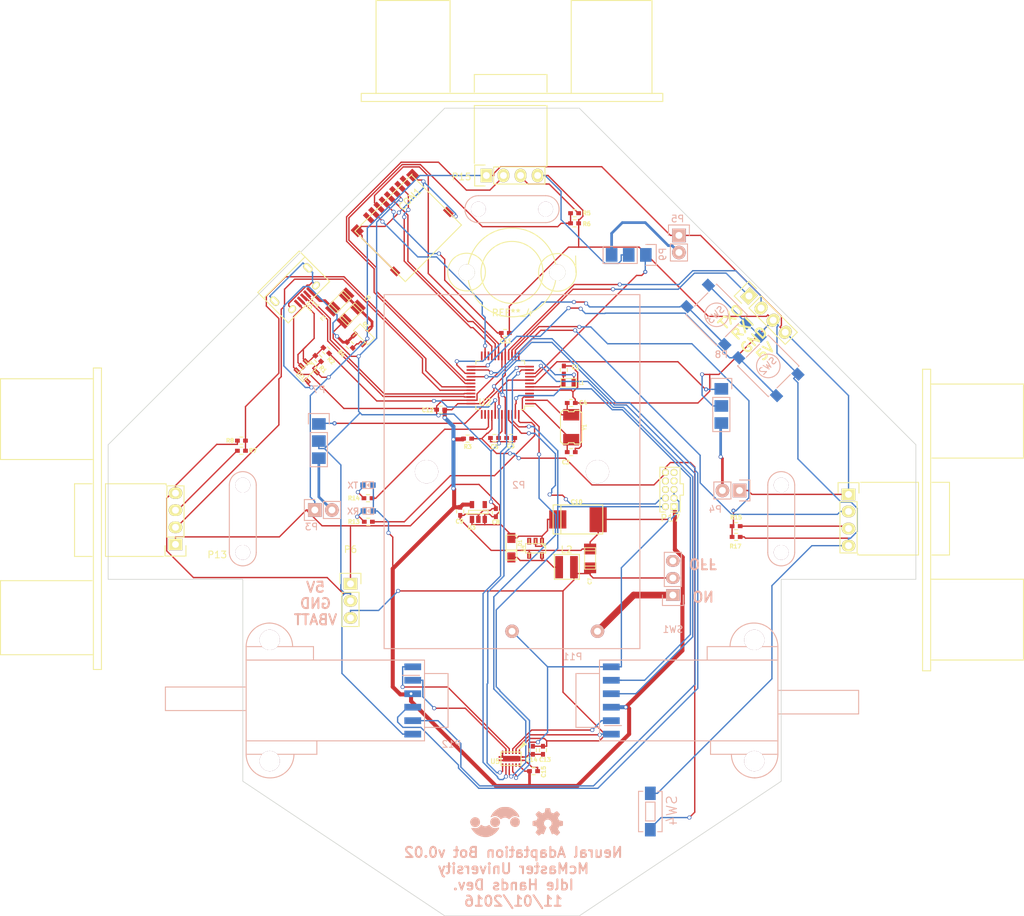
<source format=kicad_pcb>
(kicad_pcb (version 20171130) (host pcbnew "(5.1.12)-1")
  (title_block (title "Sensory Adaptation Robot") (date 2016-03-10) (rev 0.1a) (company "Idle Hands Dev.") (comment 1 "Sean Hodgins"))
  (layers (0 F.Cu signal) (31 B.Cu signal) (34 B.Paste user hide) (35 F.Paste user hide) (36 B.SilkS user hide) (37 F.SilkS user hide) (38 B.Mask user hide) (39 F.Mask user hide) (44 Edge.Cuts user))
  (net 0 "")
  (net 1 "Net-(C1-Pad1)")
  (net 2 GND)
  (net 3 "Net-(C2-Pad1)")
  (net 4 +3V3)
  (net 5 "Net-(C4-Pad1)")
  (net 6 "Net-(C5-Pad1)")
  (net 7 VCOM)
  (net 8 SBATT)
  (net 9 "Net-(D1-Pad2)")
  (net 10 "Net-(F1-Pad1)")
  (net 11 USB_D-)
  (net 12 USB_D+)
  (net 13 USB_ID)
  (net 14 "Net-(P1-Pad6)")
  (net 15 VBATT)
  (net 16 "Net-(P3-Pad2)")
  (net 17 "Net-(P4-Pad2)")
  (net 18 "Net-(P5-Pad2)")
  (net 19 /IR4)
  (net 20 /IR2)
  (net 21 /IR3)
  (net 22 /AM1)
  (net 23 /AM2)
  (net 24 /AENC1)
  (net 25 /AENC2)
  (net 26 /BM1)
  (net 27 /BM2)
  (net 28 /BENC1)
  (net 29 /BENC2)
  (net 30 "Net-(Q1-Pad3)")
  (net 31 USB_HOST_EN)
  (net 32 "Net-(SW1-Pad3)")
  (net 33 "Net-(U2-Pad4)")
  (net 34 "Net-(U2-Pad22)")
  (net 35 "Net-(U5-Pad11)")
  (net 36 /BIN2)
  (net 37 /BIN1)
  (net 38 "Net-(P17-Pad7)")
  (net 39 "Net-(P17-Pad9)")
  (net 40 SWCLK)
  (net 41 "Net-(P17-Pad6)")
  (net 42 "Net-(P17-Pad8)")
  (net 43 RESET)
  (net 44 SWDIO)
  (net 45 "Net-(CON1-Pad9)")
  (net 46 /SD_CS)
  (net 47 /SPI_MOSI)
  (net 48 /SPI_SCK)
  (net 49 /SPI_MISO)
  (net 50 "Net-(CON1-Pad8)")
  (net 51 /RXLED)
  (net 52 "Net-(D6-Pad1)")
  (net 53 /TXLED)
  (net 54 "Net-(D7-Pad1)")
  (net 55 /BUT1)
  (net 56 /BUT2)
  (net 57 /TXO)
  (net 58 /RXI)
  (net 59 "Net-(U2-Pad37)")
  (net 60 "Net-(U2-Pad38)")
  (net 61 /TRIG4)
  (net 62 /HVECHO4)
  (net 63 /TRIG2)
  (net 64 /HVECHO2)
  (net 65 /TRIG3)
  (net 66 /HVECHO3)
  (net 67 /ECHO3)
  (net 68 /ECHO4)
  (net 69 /ECHO2)
  (net 70 VCC)
  (net 71 "Net-(U2-Pad24)")
  (net 72 "Net-(CON1-Pad1)")
  (net 73 /AIN2)
  (module project_footprints:MicroSD_Card_Receptacle (layer F.Cu) (at 124.15 110.85 225)
    (fp_text reference CON1 (at 1.4 -2.35 225) (layer F.SilkS))
    (fp_text value MicroSD_Card)
    (pad 9 smd rect (at -1.3 -7.75 225) (size 0.8 1.5) (layers F.Cu F.Paste F.Mask) (net 45 "Net-(CON1-Pad9)"))
    (pad 9 smd rect (at 10.25 -0.15 225) (size 1.3 1.5) (layers F.Cu F.Paste F.Mask) (net 45 "Net-(CON1-Pad9)"))
    (pad 1 smd rect (at 7.7 0 225) (size 0.7 1.75) (layers F.Cu F.Paste F.Mask) (net 72 "Net-(CON1-Pad1)"))
    (pad 2 smd rect (at 6.6 0 225) (size 0.7 1.75) (layers F.Cu F.Paste F.Mask) (net 46 /SD_CS))
    (pad 3 smd rect (at 5.5 0 225) (size 0.7 1.75) (layers F.Cu F.Paste F.Mask) (net 47 /SPI_MOSI))
    (pad 4 smd rect (at 4.4 0 225) (size 0.7 1.75) (layers F.Cu F.Paste F.Mask) (net 4 +3V3))
    (pad 5 smd rect (at 3.3 0 225) (size 0.7 1.75) (layers F.Cu F.Paste F.Mask) (net 48 /SPI_SCK))
    (pad 6 smd rect (at 2.2 0 225) (size 0.7 1.75) (layers F.Cu F.Paste F.Mask) (net 2 GND))
    (pad 7 smd rect (at 1.1 0 225) (size 0.7 1.75) (layers F.Cu F.Paste F.Mask) (net 49 /SPI_MISO))
    (pad 8 smd rect (at 0 0 225) (size 0.7 1.75) (layers F.Cu F.Paste F.Mask) (net 50 "Net-(CON1-Pad8)"))
    (pad 9 smd rect (at -1.4 -0.15 225) (size 1.3 1.5) (layers F.Cu F.Paste F.Mask) (net 45 "Net-(CON1-Pad9)"))
    (pad 9 smd rect (at 10.55 -8.4 225) (size 0.8 1.4) (layers F.Cu F.Paste F.Mask) (net 45 "Net-(CON1-Pad9)"))
  )
  (module Connect:USB_Micro-B (layer F.Cu) (at 108 127 225)
    (fp_text reference P1 (at 0 -3.45 225) (layer F.SilkS))
    (fp_text value USB_OTG)
    (pad 1 smd rect (at -1.3009 -1.56254 315) (size 1.35 0.4) (layers F.Cu F.Paste F.Mask) (net 10 "Net-(F1-Pad1)"))
    (pad 2 smd rect (at -0.6509 -1.56254 315) (size 1.35 0.4) (layers F.Cu F.Paste F.Mask) (net 11 USB_D-))
    (pad 3 smd rect (at -0.0009 -1.56254 315) (size 1.35 0.4) (layers F.Cu F.Paste F.Mask) (net 12 USB_D+))
    (pad 4 smd rect (at 0.6491 -1.56254 315) (size 1.35 0.4) (layers F.Cu F.Paste F.Mask) (net 13 USB_ID))
    (pad 5 smd rect (at 1.2991 -1.56254 315) (size 1.35 0.4) (layers F.Cu F.Paste F.Mask) (net 2 GND))
    (pad 6 thru_hole oval (at -2.5009 -1.56254 315) (size 0.95 1.25) (drill oval 0.55 0.85) (layers *.Cu *.Mask F.SilkS) (net 14 "Net-(P1-Pad6)"))
    (pad 6 thru_hole oval (at 2.4991 -1.56254 315) (size 0.95 1.25) (drill oval 0.55 0.85) (layers *.Cu *.Mask F.SilkS) (net 14 "Net-(P1-Pad6)"))
    (pad 6 thru_hole oval (at -3.5009 1.13746 315) (size 1.55 1) (drill oval 1.15 0.5) (layers *.Cu *.Mask F.SilkS) (net 14 "Net-(P1-Pad6)"))
    (pad 6 thru_hole oval (at 3.4991 1.13746 315) (size 1.55 1) (drill oval 1.15 0.5) (layers *.Cu *.Mask F.SilkS) (net 14 "Net-(P1-Pad6)"))
  )
  (module project_footprints:Battery_3xAAA_Holder (layer B.Cu) (at 140 154)
    (fp_text reference P2 (at 1 2) (layer B.SilkS) (effects (justify mirror)))
    (fp_text value BatteryHolder)
    (pad 0 thru_hole circle (at 12.7 0) (size 3.45 3.45) (drill 3.45) (layers *.Cu *.Mask B.SilkS))
    (pad 1 thru_hole circle (at 0 23.72) (size 2 2) (drill 1) (layers *.Cu *.Mask B.SilkS) (net 2 GND))
    (pad 2 thru_hole circle (at 12.7 23.72) (size 2 2) (drill 1.02) (layers *.Cu *.Mask B.SilkS) (net 15 VBATT))
    (pad 0 thru_hole circle (at -12.7 0) (size 3.45 3.45) (drill 3.45) (layers *.Cu *.Mask B.SilkS))
  )
  (module project_footprints:TQFP-48_7x7mm_Pitch0.5mm (layer F.Cu) (at 138.25 141.15 180)
    (fp_text reference U2 (at 2.25 -2.55 180) (layer F.SilkS))
    (fp_text value SAMD21G18 hide)
    (pad 1 smd rect (at -4.35 -2.75 180) (size 1.3 0.25) (layers F.Cu F.Paste F.Mask) (net 3 "Net-(C2-Pad1)"))
    (pad 2 smd rect (at -4.35 -2.25 180) (size 1.3 0.25) (layers F.Cu F.Paste F.Mask) (net 5 "Net-(C4-Pad1)"))
    (pad 3 smd rect (at -4.35 -1.75 180) (size 1.3 0.25) (layers F.Cu F.Paste F.Mask) (net 73 /AIN2))
    (pad 4 smd rect (at -4.35 -1.25 180) (size 1.3 0.25) (layers F.Cu F.Paste F.Mask) (net 33 "Net-(U2-Pad4)"))
    (pad 5 smd rect (at -4.35 -0.75 180) (size 1.3 0.25) (layers F.Cu F.Paste F.Mask) (net 2 GND))
    (pad 6 smd rect (at -4.35 -0.25 180) (size 1.3 0.25) (layers F.Cu F.Paste F.Mask) (net 1 "Net-(C1-Pad1)"))
    (pad 7 smd rect (at -4.35 0.25 180) (size 1.3 0.25) (layers F.Cu F.Paste F.Mask) (net 20 /IR2))
    (pad 8 smd rect (at -4.35 0.75 180) (size 1.3 0.25) (layers F.Cu F.Paste F.Mask) (net 19 /IR4))
    (pad 9 smd rect (at -4.35 1.25 180) (size 1.3 0.25) (layers F.Cu F.Paste F.Mask) (net 21 /IR3))
    (pad 10 smd rect (at -4.35 1.75 180) (size 1.3 0.25) (layers F.Cu F.Paste F.Mask) (net 24 /AENC1))
    (pad 11 smd rect (at -4.35 2.25 180) (size 1.3 0.25) (layers F.Cu F.Paste F.Mask) (net 36 /BIN2))
    (pad 12 smd rect (at -4.35 2.75 180) (size 1.3 0.25) (layers F.Cu F.Paste F.Mask) (net 37 /BIN1))
    (pad 13 smd rect (at -2.75 4.35 270) (size 1.3 0.25) (layers F.Cu F.Paste F.Mask) (net 63 /TRIG2))
    (pad 14 smd rect (at -2.25 4.35 270) (size 1.3 0.25) (layers F.Cu F.Paste F.Mask) (net 69 /ECHO2))
    (pad 15 smd rect (at -1.75 4.35 270) (size 1.3 0.25) (layers F.Cu F.Paste F.Mask) (net 57 /TXO))
    (pad 16 smd rect (at -1.25 4.35 270) (size 1.3 0.25) (layers F.Cu F.Paste F.Mask) (net 58 /RXI))
    (pad 17 smd rect (at -0.75 4.35 270) (size 1.3 0.25) (layers F.Cu F.Paste F.Mask) (net 4 +3V3))
    (pad 18 smd rect (at -0.25 4.35 270) (size 1.3 0.25) (layers F.Cu F.Paste F.Mask) (net 2 GND))
    (pad 19 smd rect (at 0.25 4.35 270) (size 1.3 0.25) (layers F.Cu F.Paste F.Mask) (net 47 /SPI_MOSI))
    (pad 20 smd rect (at 0.75 4.35 270) (size 1.3 0.25) (layers F.Cu F.Paste F.Mask) (net 48 /SPI_SCK))
    (pad 21 smd rect (at 1.25 4.35 270) (size 1.3 0.25) (layers F.Cu F.Paste F.Mask) (net 49 /SPI_MISO))
    (pad 22 smd rect (at 1.75 4.35 270) (size 1.3 0.25) (layers F.Cu F.Paste F.Mask) (net 34 "Net-(U2-Pad22)"))
    (pad 23 smd rect (at 2.25 4.35 270) (size 1.3 0.25) (layers F.Cu F.Paste F.Mask) (net 46 /SD_CS))
    (pad 24 smd rect (at 2.75 4.35 270) (size 1.3 0.25) (layers F.Cu F.Paste F.Mask) (net 71 "Net-(U2-Pad24)"))
    (pad 25 smd rect (at 4.35 2.75 180) (size 1.3 0.25) (layers F.Cu F.Paste F.Mask) (net 55 /BUT1))
    (pad 26 smd rect (at 4.35 2.25 180) (size 1.3 0.25) (layers F.Cu F.Paste F.Mask) (net 28 /BENC1))
    (pad 27 smd rect (at 4.35 1.75 180) (size 1.3 0.25) (layers F.Cu F.Paste F.Mask) (net 56 /BUT2))
    (pad 28 smd rect (at 4.35 1.25 180) (size 1.3 0.25) (layers F.Cu F.Paste F.Mask) (net 29 /BENC2))
    (pad 29 smd rect (at 4.35 0.75 180) (size 1.3 0.25) (layers F.Cu F.Paste F.Mask) (net 67 /ECHO3))
    (pad 30 smd rect (at 4.35 0.25 180) (size 1.3 0.25) (layers F.Cu F.Paste F.Mask) (net 65 /TRIG3))
    (pad 31 smd rect (at 4.35 -0.25 180) (size 1.3 0.25) (layers F.Cu F.Paste F.Mask) (net 68 /ECHO4))
    (pad 32 smd rect (at 4.35 -0.75 180) (size 1.3 0.25) (layers F.Cu F.Paste F.Mask) (net 61 /TRIG4))
    (pad 33 smd rect (at 4.35 -1.25 180) (size 1.3 0.25) (layers F.Cu F.Paste F.Mask) (net 11 USB_D-))
    (pad 34 smd rect (at 4.35 -1.75 180) (size 1.3 0.25) (layers F.Cu F.Paste F.Mask) (net 12 USB_D+))
    (pad 35 smd rect (at 4.35 -2.25 180) (size 1.3 0.25) (layers F.Cu F.Paste F.Mask) (net 2 GND))
    (pad 36 smd rect (at 4.35 -2.75 180) (size 1.3 0.25) (layers F.Cu F.Paste F.Mask) (net 4 +3V3))
    (pad 37 smd rect (at 2.75 -4.35 270) (size 1.3 0.25) (layers F.Cu F.Paste F.Mask) (net 59 "Net-(U2-Pad37)"))
    (pad 38 smd rect (at 2.25 -4.35 270) (size 1.3 0.25) (layers F.Cu F.Paste F.Mask) (net 60 "Net-(U2-Pad38)"))
    (pad 39 smd rect (at 1.75 -4.35 270) (size 1.3 0.25) (layers F.Cu F.Paste F.Mask) (net 53 /TXLED))
    (pad 40 smd rect (at 1.25 -4.35 270) (size 1.3 0.25) (layers F.Cu F.Paste F.Mask) (net 43 RESET))
    (pad 41 smd rect (at 0.75 -4.35 270) (size 1.3 0.25) (layers F.Cu F.Paste F.Mask) (net 31 USB_HOST_EN))
    (pad 42 smd rect (at 0.25 -4.35 270) (size 1.3 0.25) (layers F.Cu F.Paste F.Mask) (net 2 GND))
    (pad 43 smd rect (at -0.25 -4.35 270) (size 1.3 0.25) (layers F.Cu F.Paste F.Mask) (net 6 "Net-(C5-Pad1)"))
    (pad 44 smd rect (at -0.75 -4.35 270) (size 1.3 0.25) (layers F.Cu F.Paste F.Mask) (net 4 +3V3))
    (pad 45 smd rect (at -1.25 -4.35 270) (size 1.3 0.25) (layers F.Cu F.Paste F.Mask) (net 40 SWCLK))
    (pad 46 smd rect (at -1.75 -4.35 270) (size 1.3 0.25) (layers F.Cu F.Paste F.Mask) (net 44 SWDIO))
    (pad 47 smd rect (at -2.25 -4.35 270) (size 1.3 0.25) (layers F.Cu F.Paste F.Mask) (net 25 /AENC2))
    (pad 48 smd rect (at -2.75 -4.35 270) (size 1.3 0.25) (layers F.Cu F.Paste F.Mask) (net 51 /RXLED))
  )
  (module project_footprints:Wheel_Ball (layer F.Cu) (at 140 124.4)
    (fp_text reference REF**_4 (at 0 6) (layer F.SilkS))
    (fp_text value Wheel_Ball)
    (pad 1 thru_hole circle (at -6.73 0) (size 2.4 2.4) (drill 2.4) (layers *.Cu *.Mask F.SilkS))
    (pad 1 thru_hole circle (at 6.73 0) (size 2.4 2.4) (drill 2.4) (layers *.Cu *.Mask F.SilkS))
  )
  (module project_footprints:C_0402_Hand (layer F.Cu) (at 147.7 138.9 90)
    (fp_text reference C1 (at 0.4 1.725 180) (layer F.SilkS) (effects (font (size 0.6 0.6))))
    (fp_text value 0.1uF hide)
    (pad 1 smd rect (at -0.6 0 90) (size 0.7 0.6) (layers F.Cu F.Paste F.Mask) (net 1 "Net-(C1-Pad1)"))
    (pad 2 smd rect (at 0.6 0 90) (size 0.7 0.6) (layers F.Cu F.Paste F.Mask) (net 2 GND))
  )
  (module project_footprints:C_0402_Hand (layer F.Cu) (at 148.8 151.1)
    (fp_text reference C2 (at -0.8 1.5) (layer F.SilkS) (effects (font (size 0.6 0.6))))
    (fp_text value 15pF hide)
    (pad 1 smd rect (at -0.6 0) (size 0.7 0.6) (layers F.Cu F.Paste F.Mask) (net 3 "Net-(C2-Pad1)"))
    (pad 2 smd rect (at 0.6 0) (size 0.7 0.6) (layers F.Cu F.Paste F.Mask) (net 2 GND))
  )
  (module project_footprints:C_0402_Hand (layer F.Cu) (at 139.8 149)
    (fp_text reference C3 (at 0 1.2) (layer F.SilkS) (effects (font (size 0.6 0.6))))
    (fp_text value 0.1uF hide)
    (pad 1 smd rect (at -0.6 0) (size 0.7 0.6) (layers F.Cu F.Paste F.Mask) (net 4 +3V3))
    (pad 2 smd rect (at 0.6 0) (size 0.7 0.6) (layers F.Cu F.Paste F.Mask) (net 2 GND))
  )
  (module project_footprints:C_0402_Hand (layer F.Cu) (at 148.8 143.8)
    (fp_text reference C4 (at 1.775 -0.025) (layer F.SilkS) (effects (font (size 0.6 0.6))))
    (fp_text value 15pF hide)
    (pad 1 smd rect (at -0.6 0) (size 0.7 0.6) (layers F.Cu F.Paste F.Mask) (net 5 "Net-(C4-Pad1)"))
    (pad 2 smd rect (at 0.6 0) (size 0.7 0.6) (layers F.Cu F.Paste F.Mask) (net 2 GND))
  )
  (module project_footprints:C_0402_Hand (layer F.Cu) (at 137.4 149 180)
    (fp_text reference C5 (at 0 -1.3 180) (layer F.SilkS) (effects (font (size 0.6 0.6))))
    (fp_text value 0.1uF hide)
    (pad 1 smd rect (at -0.6 0 180) (size 0.7 0.6) (layers F.Cu F.Paste F.Mask) (net 6 "Net-(C5-Pad1)"))
    (pad 2 smd rect (at 0.6 0 180) (size 0.7 0.6) (layers F.Cu F.Paste F.Mask) (net 2 GND))
  )
  (module project_footprints:C_0402_Hand (layer F.Cu) (at 137.6 160.1 90)
    (fp_text reference C8 (at -1.4 0 180) (layer F.SilkS) (effects (font (size 0.6 0.6))))
    (fp_text value 1uF hide)
    (pad 1 smd rect (at -0.6 0 90) (size 0.7 0.6) (layers F.Cu F.Paste F.Mask) (net 70 VCC))
    (pad 2 smd rect (at 0.6 0 90) (size 0.7 0.6) (layers F.Cu F.Paste F.Mask) (net 2 GND))
  )
  (module project_footprints:C_0402_Hand (layer F.Cu) (at 132.3 159.9 270)
    (fp_text reference C9 (at 1.5 0.1) (layer F.SilkS) (effects (font (size 0.6 0.6))))
    (fp_text value 2.2uF hide)
    (pad 1 smd rect (at -0.6 0 270) (size 0.7 0.6) (layers F.Cu F.Paste F.Mask) (net 4 +3V3))
    (pad 2 smd rect (at 0.6 0 270) (size 0.7 0.6) (layers F.Cu F.Paste F.Mask) (net 2 GND))
  )
  (module project_footprints:C_0402_Hand (layer F.Cu) (at 139 133.4)
    (fp_text reference C11 (at 0.075 1.2) (layer F.SilkS) (effects (font (size 0.6 0.6))))
    (fp_text value 0.1uF hide)
    (pad 1 smd rect (at -0.6 0) (size 0.7 0.6) (layers F.Cu F.Paste F.Mask) (net 4 +3V3))
    (pad 2 smd rect (at 0.6 0) (size 0.7 0.6) (layers F.Cu F.Paste F.Mask) (net 2 GND))
  )
  (module project_footprints:C_0402_Hand (layer F.Cu) (at 129.4 144.8 180)
    (fp_text reference C12 (at 1.925 -0.05 180) (layer F.SilkS) (effects (font (size 0.6 0.6))))
    (fp_text value 0.1uF hide)
    (pad 1 smd rect (at -0.6 0 180) (size 0.7 0.6) (layers F.Cu F.Paste F.Mask) (net 4 +3V3))
    (pad 2 smd rect (at 0.6 0 180) (size 0.7 0.6) (layers F.Cu F.Paste F.Mask) (net 2 GND))
  )
  (module project_footprints:C_0402_Hand (layer F.Cu) (at 144.6 195.4 270)
    (fp_text reference C13 (at 1.4 -0.3 180) (layer F.SilkS) (effects (font (size 0.6 0.6))))
    (fp_text value 10uF hide)
    (pad 1 smd rect (at -0.6 0 270) (size 0.7 0.6) (layers F.Cu F.Paste F.Mask) (net 8 SBATT))
    (pad 2 smd rect (at 0.6 0 270) (size 0.7 0.6) (layers F.Cu F.Paste F.Mask) (net 2 GND))
  )
  (module project_footprints:C_0402_Hand (layer F.Cu) (at 143.1 195.4 270)
    (fp_text reference C14 (at 1.4 0.2 180) (layer F.SilkS) (effects (font (size 0.6 0.6))))
    (fp_text value 0.1uF hide)
    (pad 1 smd rect (at -0.6 0 270) (size 0.7 0.6) (layers F.Cu F.Paste F.Mask) (net 8 SBATT))
    (pad 2 smd rect (at 0.6 0 270) (size 0.7 0.6) (layers F.Cu F.Paste F.Mask) (net 2 GND))
  )
  (module project_footprints:C_0402_Hand (layer F.Cu) (at 143.2 198.5)
    (fp_text reference C15 (at 1.5 0.1 90) (layer F.SilkS) (effects (font (size 0.6 0.6))))
    (fp_text value 0.1uF hide)
    (pad 1 smd rect (at -0.6 0) (size 0.7 0.6) (layers F.Cu F.Paste F.Mask) (net 4 +3V3))
    (pad 2 smd rect (at 0.6 0) (size 0.7 0.6) (layers F.Cu F.Paste F.Mask) (net 2 GND))
  )
  (module project_footprints:c_1206 (layer F.Cu) (at 114.4 128.8 225)
    (fp_text reference F1 (at 3.4 0.05 225) (layer F.SilkS) (effects (font (size 0.50038 0.50038) (thickness 0.11938))))
    (fp_text value 500mA hide)
    (pad 1 smd rect (at 1.397 0 225) (size 1.6002 1.8034) (layers F.Cu F.Paste F.Mask) (net 10 "Net-(F1-Pad1)"))
    (pad 2 smd rect (at -1.397 0 225) (size 1.6002 1.8034) (layers F.Cu F.Paste F.Mask) (net 7 VCOM))
  )
  (module project_footprints:R_SM0603 (layer F.Cu) (at 148.4 140.8 180)
    (fp_text reference L1 (at -1.9 -0.025) (layer F.SilkS) (effects (font (size 0.508 0.4572) (thickness 0.1143))))
    (fp_text value "FB - 30Ohm" hide)
    (pad 1 smd rect (at -0.762 0 180) (size 0.635 1.143) (layers F.Cu F.Paste F.Mask) (net 4 +3V3))
    (pad 2 smd rect (at 0.762 0 180) (size 0.635 1.143) (layers F.Cu F.Paste F.Mask) (net 1 "Net-(C1-Pad1)"))
  )
  (module project_footprints:I_1212 (layer F.Cu) (at 148.104 168.196)
    (fp_text reference L2 (at 0 -2.6) (layer F.SilkS))
    (fp_text value 47uH hide)
    (pad 1 smd rect (at 1.1 0) (size 1.15 3.3) (layers F.Cu F.Paste F.Mask) (net 8 SBATT))
    (pad 2 smd rect (at -1.1 0) (size 1.15 3.3) (layers F.Cu F.Paste F.Mask) (net 9 "Net-(D1-Pad2)"))
  )
  (module Pin_Headers:Pin_Header_Straight_1x02 (layer B.Cu) (at 110.7 159.7 270)
    (fp_text reference P3 (at 2.5 0.5) (layer B.SilkS) (effects (justify mirror)))
    (fp_text value IR4_JMP)
    (pad 1 thru_hole rect (at 0 0 270) (size 2.032 2.032) (drill 1.016) (layers *.Cu *.Mask B.SilkS) (net 70 VCC))
    (pad 2 thru_hole oval (at 0 -2.54 270) (size 2.032 2.032) (drill 1.016) (layers *.Cu *.Mask B.SilkS) (net 16 "Net-(P3-Pad2)"))
  )
  (module Pin_Headers:Pin_Header_Straight_1x02 (layer B.Cu) (at 173.8 156.8 90)
    (fp_text reference P4 (at -2.8 -3.6 180) (layer B.SilkS) (effects (justify mirror)))
    (fp_text value IR2_JMP)
    (pad 1 thru_hole rect (at 0 0 90) (size 2.032 2.032) (drill 1.016) (layers *.Cu *.Mask B.SilkS) (net 70 VCC))
    (pad 2 thru_hole oval (at 0 -2.54 90) (size 2.032 2.032) (drill 1.016) (layers *.Cu *.Mask B.SilkS) (net 17 "Net-(P4-Pad2)"))
  )
  (module Pin_Headers:Pin_Header_Straight_1x02 (layer B.Cu) (at 164.8 118.9 180)
    (fp_text reference P5 (at 0.2 2.46 180) (layer B.SilkS) (effects (justify mirror)))
    (fp_text value IR3_JMP)
    (pad 1 thru_hole rect (at 0 0 180) (size 2.032 2.032) (drill 1.016) (layers *.Cu *.Mask B.SilkS) (net 70 VCC))
    (pad 2 thru_hole oval (at 0 -2.54 180) (size 2.032 2.032) (drill 1.016) (layers *.Cu *.Mask B.SilkS) (net 18 "Net-(P5-Pad2)"))
  )
  (module project_footprints:R_0402_Hand (layer F.Cu) (at 111.2 137.2 135)
    (fp_text reference R1 (at -1.626346 -0.636396 135) (layer F.SilkS) (effects (font (size 0.6 0.6))))
    (fp_text value 100k hide)
    (pad 1 smd rect (at -0.6 0 135) (size 0.7 0.6) (layers F.Cu F.Paste F.Mask) (net 70 VCC))
    (pad 2 smd rect (at 0.6 0 135) (size 0.7 0.6) (layers F.Cu F.Paste F.Mask) (net 13 USB_ID))
  )
  (module project_footprints:R_0402_Hand (layer F.Cu) (at 112.4 136 315)
    (fp_text reference R2 (at 1.555635 0.565685 315) (layer F.SilkS) (effects (font (size 0.6 0.6))))
    (fp_text value 330 hide)
    (pad 1 smd rect (at -0.6 0 315) (size 0.7 0.6) (layers F.Cu F.Paste F.Mask) (net 13 USB_ID))
    (pad 2 smd rect (at 0.6 0 315) (size 0.7 0.6) (layers F.Cu F.Paste F.Mask) (net 31 USB_HOST_EN))
  )
  (module project_footprints:R_0402_Hand (layer F.Cu) (at 133.4 149.1)
    (fp_text reference R3 (at 0.025 1.2) (layer F.SilkS) (effects (font (size 0.6 0.6))))
    (fp_text value 10k hide)
    (pad 1 smd rect (at -0.6 0) (size 0.7 0.6) (layers F.Cu F.Paste F.Mask) (net 4 +3V3))
    (pad 2 smd rect (at 0.6 0) (size 0.7 0.6) (layers F.Cu F.Paste F.Mask) (net 43 RESET))
  )
  (module project_footprints:R_0402_Hand (layer F.Cu) (at 115.9 135.2 135)
    (fp_text reference R4 (at 0 -1.8 135) (layer F.SilkS) (effects (font (size 0.6 0.6))))
    (fp_text value 47K hide)
    (pad 1 smd rect (at -0.6 0 135) (size 0.7 0.6) (layers F.Cu F.Paste F.Mask) (net 70 VCC))
    (pad 2 smd rect (at 0.6 0 135) (size 0.7 0.6) (layers F.Cu F.Paste F.Mask) (net 30 "Net-(Q1-Pad3)"))
  )
  (module Pin_Headers:Pin_Header_Straight_1x03 (layer B.Cu) (at 163.9 172.34)
    (fp_text reference SW1 (at 0 5.1) (layer B.SilkS) (effects (justify mirror)))
    (fp_text value SWITCH_INV)
    (pad 1 thru_hole rect (at 0 0) (size 2.032 1.7272) (drill 1.016) (layers *.Cu *.Mask B.SilkS) (net 15 VBATT))
    (pad 2 thru_hole oval (at 0 -2.54) (size 2.032 1.7272) (drill 1.016) (layers *.Cu *.Mask B.SilkS) (net 8 SBATT))
    (pad 3 thru_hole oval (at 0 -5.08) (size 2.032 1.7272) (drill 1.016) (layers *.Cu *.Mask B.SilkS) (net 32 "Net-(SW1-Pad3)"))
  )
  (module project_footprints:sot23-5 (layer F.Cu) (at 109.5 139.1 225)
    (fp_text reference U1 (at 0.989949 0 315) (layer F.SilkS) (effects (font (size 0.5 0.5) (thickness 0.125))))
    (fp_text value 74AHC1G125 hide)
    (pad 1 smd rect (at -0.9525 1.05664 225) (size 0.59944 1.00076) (layers F.Cu F.Paste F.Mask) (net 13 USB_ID))
    (pad 3 smd rect (at 0.9525 1.05664 225) (size 0.59944 1.00076) (layers F.Cu F.Paste F.Mask) (net 2 GND))
    (pad 2 smd rect (at 0 1.05664 225) (size 0.59944 1.00076) (layers F.Cu F.Paste F.Mask) (net 13 USB_ID))
    (pad 4 smd rect (at 0.9525 -1.05664 225) (size 0.59944 1.00076) (layers F.Cu F.Paste F.Mask) (net 30 "Net-(Q1-Pad3)"))
    (pad 5 smd rect (at -0.9525 -1.05664 225) (size 0.59944 1.00076) (layers F.Cu F.Paste F.Mask) (net 70 VCC))
  )
  (module TO_SOT_Packages_SMD:SOT-23-5 (layer F.Cu) (at 135 160 90)
    (fp_text reference U3 (at -2.3 -1 180) (layer F.SilkS) (effects (font (size 0.6 0.6))))
    (fp_text value AP2112K-3.3V hide)
    (pad 1 smd rect (at -1.1 -0.95 90) (size 1.06 0.65) (layers F.Cu F.Paste F.Mask) (net 70 VCC))
    (pad 2 smd rect (at -1.1 0 90) (size 1.06 0.65) (layers F.Cu F.Paste F.Mask) (net 2 GND))
    (pad 3 smd rect (at -1.1 0.95 90) (size 1.06 0.65) (layers F.Cu F.Paste F.Mask) (net 70 VCC))
    (pad 4 smd rect (at 1.1 0.95 90) (size 1.06 0.65) (layers F.Cu F.Paste F.Mask))
    (pad 5 smd rect (at 1.1 -0.95 90) (size 1.06 0.65) (layers F.Cu F.Paste F.Mask) (net 4 +3V3))
  )
  (module project_footprints:sot23-5 (layer F.Cu) (at 143.504 165.396 180)
    (fp_text reference U4 (at 1.89 -0.04 270) (layer F.SilkS) (effects (font (size 0.5 0.5) (thickness 0.125))))
    (fp_text value NCP1402 hide)
    (pad 1 smd rect (at -0.9525 1.05664 180) (size 0.59944 1.00076) (layers F.Cu F.Paste F.Mask) (net 70 VCC))
    (pad 3 smd rect (at 0.9525 1.05664 180) (size 0.59944 1.00076) (layers F.Cu F.Paste F.Mask))
    (pad 2 smd rect (at 0 1.05664 180) (size 0.59944 1.00076) (layers F.Cu F.Paste F.Mask) (net 70 VCC))
    (pad 4 smd rect (at 0.9525 -1.05664 180) (size 0.59944 1.00076) (layers F.Cu F.Paste F.Mask) (net 2 GND))
    (pad 5 smd rect (at -0.9525 -1.05664 180) (size 0.59944 1.00076) (layers F.Cu F.Paste F.Mask) (net 9 "Net-(D1-Pad2)"))
  )
  (module project_footprints:crystal_smd_5x3.2mm (layer F.Cu) (at 148.8 147.4 270)
    (fp_text reference Y1 (at 0 -2 270) (layer F.SilkS) (effects (font (size 0.5 0.5) (thickness 0.125))))
    (fp_text value Crystal_Small hide)
    (pad 1 smd rect (at -1.85 0 270) (size 1.7 2.4) (layers F.Cu F.Paste F.Mask) (net 5 "Net-(C4-Pad1)"))
    (pad 2 smd rect (at 1.85 0 270) (size 1.7 2.4) (layers F.Cu F.Paste F.Mask) (net 3 "Net-(C2-Pad1)"))
  )
  (module project_footprints:sod323 (layer F.Cu) (at 139.904 165.296 270)
    (fp_text reference D1 (at -0.7 -1.3 270) (layer F.SilkS) (effects (font (size 0.5 0.5) (thickness 0.125))))
    (fp_text value BAT20J hide)
    (pad 1 smd rect (at -1.45 0 270) (size 1.5 1.2) (layers F.Cu F.Paste F.Mask) (net 70 VCC))
    (pad 2 smd rect (at 1.45 0 270) (size 1.5 1.2) (layers F.Cu F.Paste F.Mask) (net 9 "Net-(D1-Pad2)"))
  )
  (module Capacitors_Tantalum_SMD:TantalC_SizeV_EIA-7343 (layer F.Cu) (at 149.8 161.1 180)
    (fp_text reference C10 (at 0.2 2.6 180) (layer F.SilkS) (effects (font (size 0.6 0.6))))
    (fp_text value 68uF hide)
    (pad 1 smd rect (at 2.99974 0 180) (size 2.55016 2.70002) (layers F.Cu F.Paste F.Mask) (net 70 VCC))
    (pad 2 smd rect (at -2.99974 0 180) (size 2.55016 3.79984) (layers F.Cu F.Paste F.Mask) (net 2 GND))
  )
  (module project_footprints:c_1206 (layer F.Cu) (at 151.604 166.896 270)
    (fp_text reference C7 (at 3.4 0.05 270) (layer F.SilkS) (effects (font (size 0.50038 0.50038) (thickness 0.11938))))
    (fp_text value 10uF hide)
    (pad 1 smd rect (at 1.397 0 270) (size 1.6002 1.8034) (layers F.Cu F.Paste F.Mask) (net 8 SBATT))
    (pad 2 smd rect (at -1.397 0 270) (size 1.6002 1.8034) (layers F.Cu F.Paste F.Mask) (net 2 GND))
  )
  (module project_footprints:Pin_Header_SMD_1x03 (layer B.Cu) (at 111.3 146.92 180)
    (fp_text reference P7 (at 0 5.1 180) (layer B.SilkS) (effects (justify mirror)))
    (fp_text value IR_4)
    (pad 1 smd rect (at 0 0 180) (size 2.032 1.7272) (layers B.Cu B.Paste B.Mask) (net 19 /IR4))
    (pad 2 smd rect (at 0 -2.54 180) (size 2.032 1.7272) (layers B.Cu B.Paste B.Mask) (net 2 GND))
    (pad 3 smd rect (at 0 -5.08 180) (size 2.032 1.7272) (layers B.Cu B.Paste B.Mask) (net 16 "Net-(P3-Pad2)"))
  )
  (module project_footprints:Pin_Header_SMD_1x03 (layer B.Cu) (at 159.88 121.8 90)
    (fp_text reference P9 (at 0.1 2.52 90) (layer B.SilkS) (effects (justify mirror)))
    (fp_text value IR_3)
    (pad 1 smd rect (at 0 0 90) (size 2.032 1.7272) (layers B.Cu B.Paste B.Mask) (net 21 /IR3))
    (pad 2 smd rect (at 0 -2.54 90) (size 2.032 1.7272) (layers B.Cu B.Paste B.Mask) (net 2 GND))
    (pad 3 smd rect (at 0 -5.08 90) (size 2.032 1.7272) (layers B.Cu B.Paste B.Mask) (net 18 "Net-(P5-Pad2)"))
  )
  (module project_footprints:Pin_Header_SMD_1x03 (layer B.Cu) (at 171.1 141.7 180)
    (fp_text reference P8 (at 0 5.1 180) (layer B.SilkS) (effects (justify mirror)))
    (fp_text value IR_2)
    (pad 1 smd rect (at 0 0 180) (size 2.032 1.7272) (layers B.Cu B.Paste B.Mask) (net 20 /IR2))
    (pad 2 smd rect (at 0 -2.54 180) (size 2.032 1.7272) (layers B.Cu B.Paste B.Mask) (net 2 GND))
    (pad 3 smd rect (at 0 -5.08 180) (size 2.032 1.7272) (layers B.Cu B.Paste B.Mask) (net 17 "Net-(P4-Pad2)"))
  )
  (module project_footprints:Sharp_2Y0A02_MountNarrow (layer B.Cu) (at 100 161 270)
    (fp_text reference REF**_3 hide)
    (fp_text value Sharp_2Y0A02)
    (pad 0 thru_hole circle (at 5 0 270) (size 2.2 2.2) (drill 2.2) (layers *.Cu *.Mask B.SilkS))
    (pad 0 thru_hole circle (at -5 0 270) (size 2.2 2.2) (drill 2.2) (layers *.Cu *.Mask B.SilkS))
  )
  (module project_footprints:SonarSensor_HCSR04 (layer F.Cu) (at 90 161 180)
    (fp_text reference P13 (at -6.2 -5.35 180) (layer F.SilkS))
    (fp_text value SONAR_4)
    (pad 4 thru_hole rect (at 0 -3.81 180) (size 2.032 1.7272) (drill 1.016) (layers *.Cu *.Mask F.SilkS) (net 70 VCC))
    (pad 3 thru_hole oval (at 0 -1.27 180) (size 2.032 1.7272) (drill 1.016) (layers *.Cu *.Mask F.SilkS) (net 61 /TRIG4))
    (pad 2 thru_hole oval (at 0 1.27 180) (size 2.032 1.7272) (drill 1.016) (layers *.Cu *.Mask F.SilkS) (net 62 /HVECHO4))
    (pad 1 thru_hole oval (at 0 3.81 180) (size 2.032 1.7272) (drill 1.016) (layers *.Cu *.Mask F.SilkS) (net 2 GND))
  )
  (module project_footprints:SonarSensor_HCSR04 (layer F.Cu) (at 140 110 90)
    (fp_text reference P15 (at -0.2 -7.5 180) (layer F.SilkS))
    (fp_text value SONAR_3)
    (pad 4 thru_hole rect (at 0 -3.81 90) (size 2.032 1.7272) (drill 1.016) (layers *.Cu *.Mask F.SilkS) (net 70 VCC))
    (pad 3 thru_hole oval (at 0 -1.27 90) (size 2.032 1.7272) (drill 1.016) (layers *.Cu *.Mask F.SilkS) (net 65 /TRIG3))
    (pad 2 thru_hole oval (at 0 1.27 90) (size 2.032 1.7272) (drill 1.016) (layers *.Cu *.Mask F.SilkS) (net 66 /HVECHO3))
    (pad 1 thru_hole oval (at 0 3.81 90) (size 2.032 1.7272) (drill 1.016) (layers *.Cu *.Mask F.SilkS) (net 2 GND))
  )
  (module project_footprints:SonarSensor_HCSR04 (layer F.Cu) (at 190 161.19)
    (fp_text reference P14 hide)
    (fp_text value SONAR_2)
    (pad 4 thru_hole rect (at 0 -3.81) (size 2.032 1.7272) (drill 1.016) (layers *.Cu *.Mask F.SilkS) (net 70 VCC))
    (pad 3 thru_hole oval (at 0 -1.27) (size 2.032 1.7272) (drill 1.016) (layers *.Cu *.Mask F.SilkS) (net 63 /TRIG2))
    (pad 2 thru_hole oval (at 0 1.27) (size 2.032 1.7272) (drill 1.016) (layers *.Cu *.Mask F.SilkS) (net 64 /HVECHO2))
    (pad 1 thru_hole oval (at 0 3.81) (size 2.032 1.7272) (drill 1.016) (layers *.Cu *.Mask F.SilkS) (net 2 GND))
  )
  (module project_footprints:c_1206 (layer F.Cu) (at 116.1 130.6 45)
    (fp_text reference C6 (at 3.4 0.05 45) (layer F.SilkS) (effects (font (size 0.50038 0.50038) (thickness 0.11938))))
    (fp_text value 2.2uF hide)
    (pad 1 smd rect (at 1.397 0 45) (size 1.6002 1.8034) (layers F.Cu F.Paste F.Mask) (net 7 VCOM))
    (pad 2 smd rect (at -1.397 0 45) (size 1.6002 1.8034) (layers F.Cu F.Paste F.Mask) (net 2 GND))
  )
  (module project_footprints:SOT23_DSG (layer F.Cu) (at 118 133.6 315)
    (fp_text reference Q1 (at -0.81 -1.19 315) (layer F.SilkS) (effects (font (size 0.5 0.5) (thickness 0.125))))
    (fp_text value Q_PMOS_DSG hide)
    (pad 3 smd rect (at -0.9525 1.05664 315) (size 0.59944 1.00076) (layers F.Cu F.Paste F.Mask) (net 30 "Net-(Q1-Pad3)"))
    (pad 1 smd rect (at 0 -1.05664 315) (size 0.59944 1.00076) (layers F.Cu F.Paste F.Mask) (net 7 VCOM))
    (pad 2 smd rect (at 0.9525 1.05664 315) (size 0.59944 1.00076) (layers F.Cu F.Paste F.Mask) (net 70 VCC))
  )
  (module project_footprints:WSON-12-2x3 (layer F.Cu) (at 139.85 196.65 270)
    (fp_text reference U5 (at 0.4 2.35) (layer F.SilkS) (effects (font (size 0.7 0.7))))
    (fp_text value DRV8835 hide)
    (pad 6 smd rect (at -0.25 -1.5 270) (size 0.25 0.7) (layers F.Cu F.Paste F.Mask) (net 2 GND))
    (pad 6 smd rect (at 0.25 -1.5 270) (size 0.25 0.7) (layers F.Cu F.Paste F.Mask) (net 2 GND))
    (pad 6 smd rect (at 0.25 1.5 270) (size 0.25 0.7) (layers F.Cu F.Paste F.Mask) (net 2 GND))
    (pad 11 smd rect (at 0.95 -0.75 270) (size 0.5 0.25) (layers F.Cu F.Paste F.Mask) (net 35 "Net-(U5-Pad11)"))
    (pad 12 smd rect (at 0.95 -1.25 270) (size 0.5 0.25) (layers F.Cu F.Paste F.Mask) (net 4 +3V3))
    (pad 10 smd rect (at 0.95 -0.25 270) (size 0.5 0.25) (layers F.Cu F.Paste F.Mask) (net 44 SWDIO))
    (pad 9 smd rect (at 0.95 0.25 270) (size 0.5 0.25) (layers F.Cu F.Paste F.Mask) (net 73 /AIN2))
    (pad 6 smd rect (at -0.95 1.25 270) (size 0.5 0.25) (layers F.Cu F.Paste F.Mask) (net 2 GND))
    (pad 7 smd rect (at 0.95 1.25 270) (size 0.5 0.25) (layers F.Cu F.Paste F.Mask) (net 36 /BIN2))
    (pad 8 smd rect (at 0.95 0.75 270) (size 0.5 0.25) (layers F.Cu F.Paste F.Mask) (net 37 /BIN1))
    (pad 5 smd rect (at -0.95 0.75 270) (size 0.5 0.25) (layers F.Cu F.Paste F.Mask) (net 27 /BM2))
    (pad 4 smd rect (at -0.95 0.25 270) (size 0.5 0.25) (layers F.Cu F.Paste F.Mask) (net 26 /BM1))
    (pad 1 smd rect (at -0.95 -1.25 270) (size 0.5 0.25) (layers F.Cu F.Paste F.Mask) (net 8 SBATT))
    (pad 2 smd rect (at -0.95 -0.75 270) (size 0.5 0.25) (layers F.Cu F.Paste F.Mask) (net 22 /AM1))
    (pad 6 smd rect (at 0 0 270) (size 0.84 2.4) (layers F.Cu F.Mask) (net 2 GND))
    (pad 3 smd rect (at -0.95 -0.25 270) (size 0.5 0.25) (layers F.Cu F.Paste F.Mask) (net 23 /AM2))
    (pad 6 smd rect (at -0.25 1.5 270) (size 0.25 0.7) (layers F.Cu F.Paste F.Mask) (net 2 GND))
  )
  (module project_footprints:IdlehandsdevLogo (layer B.Cu) (at 137.5 206 180)
    (fp_text reference G***_2 hide)
    (fp_text value LOGO hide)
  )
  (module project_footprints:OSHLogo (layer B.Cu) (at 145.3 206.1 180)
    (fp_text reference G*** hide)
    (fp_text value LOGO hide)
  )
  (module project_footprints:Led_0603 (layer B.Cu) (at 118.65 159.85 180)
    (fp_text reference D6 hide)
    (fp_text value RX (at 2.25 -0.05 180) (layer B.SilkS) (effects (font (size 0.9 0.9) (thickness 0.17)) (justify mirror)))
    (pad 2 smd rect (at -0.7493 0 180) (size 0.79756 0.79756) (layers B.Cu B.Paste B.Mask) (net 4 +3V3))
    (pad 1 smd rect (at 0.7493 0 180) (size 0.79756 0.79756) (layers B.Cu B.Paste B.Mask) (net 52 "Net-(D6-Pad1)"))
  )
  (module project_footprints:Led_0603 (layer B.Cu) (at 118.6 156 180)
    (fp_text reference D7 hide)
    (fp_text value TX (at 2.25 -0.05 180) (layer B.SilkS) (effects (font (size 0.9 0.9) (thickness 0.17)) (justify mirror)))
    (pad 2 smd rect (at -0.7493 0 180) (size 0.79756 0.79756) (layers B.Cu B.Paste B.Mask) (net 4 +3V3))
    (pad 1 smd rect (at 0.7493 0 180) (size 0.79756 0.79756) (layers B.Cu B.Paste B.Mask) (net 54 "Net-(D7-Pad1)"))
  )
  (module project_footprints:R_0402_Hand (layer F.Cu) (at 118.65 161.45 180)
    (fp_text reference R13 (at 2.15 0 180) (layer F.SilkS) (effects (font (size 0.6 0.6))))
    (fp_text value 1k hide)
    (pad 1 smd rect (at -0.6 0 180) (size 0.7 0.6) (layers F.Cu F.Paste F.Mask) (net 51 /RXLED))
    (pad 2 smd rect (at 0.6 0 180) (size 0.7 0.6) (layers F.Cu F.Paste F.Mask) (net 52 "Net-(D6-Pad1)"))
  )
  (module project_footprints:R_0402_Hand (layer F.Cu) (at 118.6 157.95 180)
    (fp_text reference R14 (at 2.1 0 180) (layer F.SilkS) (effects (font (size 0.6 0.6))))
    (fp_text value 1k hide)
    (pad 1 smd rect (at -0.6 0 180) (size 0.7 0.6) (layers F.Cu F.Paste F.Mask) (net 53 /TXLED))
    (pad 2 smd rect (at 0.6 0 180) (size 0.7 0.6) (layers F.Cu F.Paste F.Mask) (net 54 "Net-(D7-Pad1)"))
  )
  (module project_footprints:SW_SPST_PTS645 (layer B.Cu) (at 178.08 138.298 315)
    (fp_text reference SW2 (at -0.055509 0.057969 45) (layer B.SilkS) (effects (justify mirror)))
    (fp_text value SW_PUSH hide)
    (pad 2 smd rect (at -3.975 -2.25 315) (size 1.55 1.3) (layers B.Cu B.Paste B.Mask) (net 2 GND))
    (pad 1 smd rect (at -3.975 2.25 315) (size 1.55 1.3) (layers B.Cu B.Paste B.Mask) (net 55 /BUT1))
    (pad 1 smd rect (at 3.975 2.25 315) (size 1.55 1.3) (layers B.Cu B.Paste B.Mask) (net 55 /BUT1))
    (pad 2 smd rect (at 3.975 -2.25 315) (size 1.55 1.3) (layers B.Cu B.Paste B.Mask) (net 2 GND))
  )
  (module project_footprints:SW_SPST_PTS645 (layer B.Cu) (at 170.4 130.7 315)
    (fp_text reference SW3 (at -0.1 0.1 225) (layer B.SilkS) (effects (justify mirror)))
    (fp_text value SW_PUSH hide)
    (pad 2 smd rect (at -3.975 -2.25 315) (size 1.55 1.3) (layers B.Cu B.Paste B.Mask) (net 2 GND))
    (pad 1 smd rect (at -3.975 2.25 315) (size 1.55 1.3) (layers B.Cu B.Paste B.Mask) (net 56 /BUT2))
    (pad 1 smd rect (at 3.975 2.25 315) (size 1.55 1.3) (layers B.Cu B.Paste B.Mask) (net 56 /BUT2))
    (pad 2 smd rect (at 3.975 -2.25 315) (size 1.55 1.3) (layers B.Cu B.Paste B.Mask) (net 2 GND))
  )
  (module Pin_Headers:Pin_Header_Straight_1x04 (layer F.Cu) (at 175.208 127.908 45)
    (fp_text reference P18 hide)
    (fp_text value CONN_01X04 hide)
    (pad 1 thru_hole rect (at 0 0 45) (size 2.032 1.7272) (drill 1.016) (layers *.Cu *.Mask F.SilkS) (net 57 /TXO))
    (pad 2 thru_hole oval (at 0 2.54 45) (size 2.032 1.7272) (drill 1.016) (layers *.Cu *.Mask F.SilkS) (net 58 /RXI))
    (pad 3 thru_hole oval (at 0 5.08 45) (size 2.032 1.7272) (drill 1.016) (layers *.Cu *.Mask F.SilkS) (net 2 GND))
    (pad 4 thru_hole oval (at 0 7.62 45) (size 2.032 1.7272) (drill 1.016) (layers *.Cu *.Mask F.SilkS) (net 70 VCC))
  )
  (module Pin_Headers:Pin_Header_Straight_1x03 (layer F.Cu) (at 116 170.66)
    (fp_text reference P6 (at 0 -5.1) (layer F.SilkS))
    (fp_text value ExPower)
    (pad 1 thru_hole rect (at 0 0) (size 2.032 1.7272) (drill 1.016) (layers *.Cu *.Mask F.SilkS) (net 70 VCC))
    (pad 2 thru_hole oval (at 0 2.54) (size 2.032 1.7272) (drill 1.016) (layers *.Cu *.Mask F.SilkS) (net 2 GND))
    (pad 3 thru_hole oval (at 0 5.08) (size 2.032 1.7272) (drill 1.016) (layers *.Cu *.Mask F.SilkS) (net 8 SBATT))
  )
  (module project_footprints:R_0402_Hand (layer F.Cu) (at 149.3 115.6)
    (fp_text reference R5 (at 1.8 0) (layer F.SilkS) (effects (font (size 0.6 0.6))))
    (fp_text value 10k hide)
    (pad 1 smd rect (at -0.6 0) (size 0.7 0.6) (layers F.Cu F.Paste F.Mask) (net 67 /ECHO3))
    (pad 2 smd rect (at 0.6 0) (size 0.7 0.6) (layers F.Cu F.Paste F.Mask) (net 66 /HVECHO3))
  )
  (module project_footprints:R_0402_Hand (layer F.Cu) (at 149.3 117.1 180)
    (fp_text reference R6 (at -1.8 -0.1 180) (layer F.SilkS) (effects (font (size 0.6 0.6))))
    (fp_text value 10k hide)
    (pad 1 smd rect (at -0.6 0 180) (size 0.7 0.6) (layers F.Cu F.Paste F.Mask) (net 2 GND))
    (pad 2 smd rect (at 0.6 0 180) (size 0.7 0.6) (layers F.Cu F.Paste F.Mask) (net 67 /ECHO3))
  )
  (module project_footprints:R_0402_Hand (layer F.Cu) (at 99.8 150.9 180)
    (fp_text reference R7 (at -1.7 0 180) (layer F.SilkS) (effects (font (size 0.6 0.6))))
    (fp_text value 10k hide)
    (pad 1 smd rect (at -0.6 0 180) (size 0.7 0.6) (layers F.Cu F.Paste F.Mask) (net 68 /ECHO4))
    (pad 2 smd rect (at 0.6 0 180) (size 0.7 0.6) (layers F.Cu F.Paste F.Mask) (net 62 /HVECHO4))
  )
  (module project_footprints:R_0402_Hand (layer F.Cu) (at 99.8 149.4)
    (fp_text reference R8 (at -1.7 0) (layer F.SilkS) (effects (font (size 0.6 0.6))))
    (fp_text value 10k hide)
    (pad 1 smd rect (at -0.6 0) (size 0.7 0.6) (layers F.Cu F.Paste F.Mask) (net 2 GND))
    (pad 2 smd rect (at 0.6 0) (size 0.7 0.6) (layers F.Cu F.Paste F.Mask) (net 68 /ECHO4))
  )
  (module project_footprints:R_0402_Hand (layer F.Cu) (at 173.3 162.1)
    (fp_text reference R15 (at 0 -1.3) (layer F.SilkS) (effects (font (size 0.6 0.6))))
    (fp_text value 10k hide)
    (pad 1 smd rect (at -0.6 0) (size 0.7 0.6) (layers F.Cu F.Paste F.Mask) (net 69 /ECHO2))
    (pad 2 smd rect (at 0.6 0) (size 0.7 0.6) (layers F.Cu F.Paste F.Mask) (net 64 /HVECHO2))
  )
  (module project_footprints:R_0402_Hand (layer F.Cu) (at 173.3 163.7 180)
    (fp_text reference R17 (at 0.1 -1.4 180) (layer F.SilkS) (effects (font (size 0.6 0.6))))
    (fp_text value 10k hide)
    (pad 1 smd rect (at -0.6 0 180) (size 0.7 0.6) (layers F.Cu F.Paste F.Mask) (net 2 GND))
    (pad 2 smd rect (at 0.6 0 180) (size 0.7 0.6) (layers F.Cu F.Paste F.Mask) (net 69 /ECHO2))
  )
  (module project_footprints:Sharp_2Y0A02_MountNarrow (layer B.Cu) (at 140 115)
    (fp_text reference REF**_2 hide)
    (fp_text value Sharp_2Y0A02)
    (pad 0 thru_hole circle (at 5 0) (size 2.2 2.2) (drill 2.2) (layers *.Cu *.Mask B.SilkS))
    (pad 0 thru_hole circle (at -5 0) (size 2.2 2.2) (drill 2.2) (layers *.Cu *.Mask B.SilkS))
  )
  (module project_footprints:Sharp_2Y0A02_MountNarrow (layer B.Cu) (at 180 161 270)
    (fp_text reference REF** hide)
    (fp_text value Sharp_2Y0A02 hide)
    (pad 0 thru_hole circle (at 5 0 270) (size 2.2 2.2) (drill 2.2) (layers *.Cu *.Mask B.SilkS))
    (pad 0 thru_hole circle (at -5 0 270) (size 2.2 2.2) (drill 2.2) (layers *.Cu *.Mask B.SilkS))
  )
  (module project_footprints:Motor_Pololu_Encoder (layer B.Cu) (at 125 188 180)
    (fp_text reference P12 (at -6 -6.5 180) (layer B.SilkS) (effects (justify mirror)))
    (fp_text value MOTOR_B)
    (pad 0 thru_hole circle (at 21 -9 180) (size 3 3) (drill 3) (layers *.Cu *.Mask B.SilkS))
    (pad 1 smd rect (at -0.25 5 180) (size 2.5 1) (layers B.Cu B.Paste B.Mask) (net 26 /BM1))
    (pad 2 smd rect (at -0.25 3 180) (size 2.5 1) (layers B.Cu B.Paste B.Mask) (net 27 /BM2))
    (pad 3 smd rect (at -0.25 1 180) (size 2.5 1) (layers B.Cu B.Paste B.Mask) (net 4 +3V3))
    (pad 4 smd rect (at -0.25 -1 180) (size 2.5 1) (layers B.Cu B.Paste B.Mask) (net 28 /BENC1))
    (pad 5 smd rect (at -0.25 -3 180) (size 2.5 1) (layers B.Cu B.Paste B.Mask) (net 29 /BENC2))
    (pad 6 smd rect (at -0.25 -5 180) (size 2.5 1) (layers B.Cu B.Paste B.Mask) (net 2 GND))
    (pad 0 thru_hole circle (at 21 9 180) (size 3 3) (drill 3) (layers *.Cu *.Mask B.SilkS))
  )
  (module project_footprints:Motor_Pololu_Encoder (layer B.Cu) (at 155 188)
    (fp_text reference P11 (at -6 -6.5) (layer B.SilkS) (effects (justify mirror)))
    (fp_text value MOTOR_A)
    (pad 0 thru_hole circle (at 21 -9) (size 3 3) (drill 3) (layers *.Cu *.Mask B.SilkS))
    (pad 1 smd rect (at -0.25 5) (size 2.5 1) (layers B.Cu B.Paste B.Mask) (net 22 /AM1))
    (pad 2 smd rect (at -0.25 3) (size 2.5 1) (layers B.Cu B.Paste B.Mask) (net 23 /AM2))
    (pad 3 smd rect (at -0.25 1) (size 2.5 1) (layers B.Cu B.Paste B.Mask) (net 4 +3V3))
    (pad 4 smd rect (at -0.25 -1) (size 2.5 1) (layers B.Cu B.Paste B.Mask) (net 24 /AENC1))
    (pad 5 smd rect (at -0.25 -3) (size 2.5 1) (layers B.Cu B.Paste B.Mask) (net 25 /AENC2))
    (pad 6 smd rect (at -0.25 -5) (size 2.5 1) (layers B.Cu B.Paste B.Mask) (net 2 GND))
    (pad 0 thru_hole circle (at 21 9) (size 3 3) (drill 3) (layers *.Cu *.Mask B.SilkS))
  )
  (module Buttons_Switches_SMD:SW_SPST_EVQPE1 (layer B.Cu) (at 160.55 204.5 90)
    (fp_text reference SW4 (at 0.15 3.2 90) (layer B.SilkS) (effects (font (size 1.5 1.5)) (justify mirror)))
    (fp_text value SW_PUSH)
    (pad 2 smd rect (at 2.7 0 90) (size 2 1.6) (layers B.Cu B.Paste B.Mask) (net 2 GND))
    (pad 1 smd rect (at -2.7 0 90) (size 2 1.6) (layers B.Cu B.Paste B.Mask) (net 43 RESET))
  )
  (module idlehands_footprints:Pin_Header_Straight_2x05_Pitch1.27mm (layer F.Cu) (at 164.07 159.2 180)
    (fp_text reference P17 (at 0.55 -1.7 180) (layer F.SilkS))
    (fp_text value DBG_CONN)
    (pad 1 thru_hole rect (at 0 0 180) (size 1.05 1.05) (drill 0.65) (layers *.Cu *.Mask F.SilkS) (net 4 +3V3))
    (pad 3 thru_hole circle (at 0 1.27 180) (size 1.05 1.05) (drill 0.65) (layers *.Cu *.Mask F.SilkS) (net 2 GND))
    (pad 5 thru_hole circle (at 0 2.54 180) (size 1.05 1.05) (drill 0.65) (layers *.Cu *.Mask F.SilkS) (net 2 GND))
    (pad 7 thru_hole circle (at 0 3.81 180) (size 1.05 1.05) (drill 0.65) (layers *.Cu *.Mask F.SilkS) (net 38 "Net-(P17-Pad7)"))
    (pad 9 thru_hole circle (at 0 5.08 180) (size 1.05 1.05) (drill 0.65) (layers *.Cu *.Mask F.SilkS) (net 39 "Net-(P17-Pad9)"))
    (pad 4 thru_hole circle (at 1.27 1.27 180) (size 1.05 1.05) (drill 0.65) (layers *.Cu *.Mask F.SilkS) (net 40 SWCLK))
    (pad 6 thru_hole circle (at 1.27 2.54 180) (size 1.05 1.05) (drill 0.65) (layers *.Cu *.Mask F.SilkS) (net 41 "Net-(P17-Pad6)"))
    (pad 8 thru_hole circle (at 1.27 3.81 180) (size 1.05 1.05) (drill 0.65) (layers *.Cu *.Mask F.SilkS) (net 42 "Net-(P17-Pad8)"))
    (pad 10 thru_hole circle (at 1.27 5.08 180) (size 1.05 1.05) (drill 0.65) (layers *.Cu *.Mask F.SilkS) (net 43 RESET))
    (pad 2 thru_hole circle (at 1.27 0 180) (size 1.05 1.05) (drill 0.65) (layers *.Cu *.Mask F.SilkS) (net 44 SWDIO))
  )
  (gr_text "5V\nGND\nVBATT\n\n" (at 110.8 174.8) (layer B.SilkS) (effects (font (size 1.5 1.5) (thickness 0.3)) (justify mirror)))
  (gr_text "TXO\nRXI\nGND\n5V\n" (at 175.1 133.6 45) (layer F.SilkS) (effects (font (size 1.5 1.5) (thickness 0.3))))
  (gr_text "Neural Adaptation Bot v0.02\nMcMaster University\nIdle Hands Dev.\n11/01/2016" (at 140.2 214.2) (layer B.SilkS) (effects (font (size 1.5 1.5) (thickness 0.3)) (justify mirror)))
  (gr_text "ON\n\nOFF\n" (at 168.4 170.1 180) (layer B.SilkS) (effects (font (size 1.5 1.5) (thickness 0.3)) (justify mirror)))
  (gr_line (start 100 170) (end 100 180) (layer Edge.Cuts) (width 0.1))
  (gr_line (start 80 170) (end 100 170) (layer Edge.Cuts) (width 0.1))
  (gr_line (start 80 150) (end 80 170) (layer Edge.Cuts) (width 0.1))
  (gr_line (start 130 100) (end 80 150) (layer Edge.Cuts) (width 0.1))
  (gr_line (start 150 100) (end 130 100) (layer Edge.Cuts) (width 0.1))
  (gr_line (start 200 150) (end 150 100) (layer Edge.Cuts) (width 0.1))
  (gr_line (start 200 170) (end 200 150) (layer Edge.Cuts) (width 0.1))
  (gr_line (start 180 170) (end 200 170) (layer Edge.Cuts) (width 0.1))
  (gr_line (start 180 200) (end 180 170) (layer Edge.Cuts) (width 0.1))
  (gr_line (start 150 220) (end 180 200) (layer Edge.Cuts) (width 0.1))
  (gr_line (start 130 220) (end 150 220) (layer Edge.Cuts) (width 0.1))
  (gr_line (start 100 200) (end 130 220) (layer Edge.Cuts) (width 0.1))
  (gr_line (start 100 180) (end 100 200) (layer Edge.Cuts) (width 0.1))
  (segment (start 142.6 141.4) (end 147.038 141.4) (width 0.2) (layer F.Cu) (net 1))
  (segment (start 147.038 141.4) (end 147.638 140.8) (width 0.2) (layer F.Cu) (net 1))
  (segment (start 147.638 140.8) (end 147.638 139.562) (width 0.2) (layer F.Cu) (net 1))
  (segment (start 147.638 139.562) (end 147.7 139.5) (width 0.2) (layer F.Cu) (net 1))
  (segment (start 117.2058 136.869) (end 119.8831 134.1917) (width 0.2) (layer B.Cu) (net 2))
  (segment (start 119.8831 134.1917) (end 119.8831 116.9284) (width 0.2) (layer B.Cu) (net 2))
  (segment (start 119.8831 116.9284) (end 123.1911 113.6204) (width 0.2) (layer B.Cu) (net 2))
  (segment (start 123.1911 113.6204) (end 123.487 113.6204) (width 0.2) (layer B.Cu) (net 2))
  (segment (start 117.4338 145.2752) (end 117.2058 145.0473) (width 0.2) (layer B.Cu) (net 2))
  (segment (start 117.2058 145.0473) (end 117.2058 136.869) (width 0.2) (layer B.Cu) (net 2))
  (segment (start 123.487 113.6204) (end 123.487 113.2982) (width 0.2) (layer F.Cu) (net 2))
  (segment (start 123.487 113.2982) (end 122.5944 112.4056) (width 0.2) (layer F.Cu) (net 2))
  (segment (start 129.1689 145.5436) (end 117.7021 145.5436) (width 0.2) (layer B.Cu) (net 2))
  (segment (start 117.7021 145.5436) (end 117.4338 145.2752) (width 0.2) (layer B.Cu) (net 2))
  (segment (start 117.4338 145.2752) (end 112.1353 150.5737) (width 0.2) (layer B.Cu) (net 2))
  (segment (start 129.1689 145.5436) (end 129.075 145.6375) (width 0.2) (layer B.Cu) (net 2))
  (segment (start 136.882 150.975) (end 131.3568 145.4498) (width 0.2) (layer B.Cu) (net 2))
  (segment (start 131.3568 145.4498) (end 129.2627 145.4498) (width 0.2) (layer B.Cu) (net 2))
  (segment (start 129.2627 145.4498) (end 129.1689 145.5436) (width 0.2) (layer B.Cu) (net 2))
  (segment (start 108.0794 139.0264) (end 107.5486 138.4956) (width 0.2) (layer F.Cu) (net 2))
  (segment (start 108.1863 129.0235) (end 108.8404 129.6776) (width 0.2) (layer F.Cu) (net 2))
  (segment (start 108.8404 129.6776) (end 107.5486 130.9694) (width 0.2) (layer F.Cu) (net 2))
  (segment (start 107.5486 130.9694) (end 107.5486 138.4956) (width 0.2) (layer F.Cu) (net 2))
  (segment (start 136.882 150.975) (end 136.882 158.4714) (width 0.2) (layer B.Cu) (net 2))
  (segment (start 138.068 149.789) (end 136.882 150.975) (width 0.2) (layer B.Cu) (net 2))
  (segment (start 128.8 144.8) (end 128.8 145.3625) (width 0.2) (layer F.Cu) (net 2))
  (segment (start 128.8 145.3625) (end 129.075 145.6375) (width 0.2) (layer F.Cu) (net 2))
  (segment (start 138.068 144.3616) (end 138.068 149.789) (width 0.2) (layer B.Cu) (net 2))
  (segment (start 136.882 158.4714) (end 137.6 159.1894) (width 0.2) (layer F.Cu) (net 2))
  (segment (start 137.6 159.1894) (end 137.6 159.5) (width 0.2) (layer F.Cu) (net 2))
  (segment (start 108.0794 139.0264) (end 108.6101 139.557) (width 0.2) (layer F.Cu) (net 2))
  (segment (start 128.8 144.6151) (end 115.0151 144.6151) (width 0.2) (layer F.Cu) (net 2))
  (segment (start 115.0151 144.6151) (end 109.957 139.557) (width 0.2) (layer F.Cu) (net 2))
  (segment (start 109.957 139.557) (end 108.6101 139.557) (width 0.2) (layer F.Cu) (net 2))
  (segment (start 128.8 144.6151) (end 128.8 144.2499) (width 0.2) (layer F.Cu) (net 2))
  (segment (start 128.8 144.8) (end 128.8 144.6151) (width 0.2) (layer F.Cu) (net 2))
  (segment (start 133.9 143.4) (end 134.8001 143.4) (width 0.2) (layer F.Cu) (net 2))
  (segment (start 134.8001 143.4) (end 134.8001 142.4388) (width 0.2) (layer F.Cu) (net 2))
  (segment (start 134.8001 142.4388) (end 138.5 138.7389) (width 0.2) (layer F.Cu) (net 2))
  (segment (start 138.5 138.7389) (end 138.5 136.8) (width 0.2) (layer F.Cu) (net 2))
  (segment (start 128.8 144.2499) (end 129.6499 143.4) (width 0.2) (layer F.Cu) (net 2))
  (segment (start 129.6499 143.4) (end 133.9 143.4) (width 0.2) (layer F.Cu) (net 2))
  (segment (start 138.068 144.3616) (end 138.068 143.0179) (width 0.2) (layer F.Cu) (net 2))
  (segment (start 138.068 143.0179) (end 137.9849 142.9348) (width 0.2) (layer F.Cu) (net 2))
  (segment (start 137.9849 142.9348) (end 137.9849 142.3754) (width 0.2) (layer F.Cu) (net 2))
  (segment (start 137.9849 142.3754) (end 138.4603 141.9) (width 0.2) (layer F.Cu) (net 2))
  (segment (start 138.4603 141.9) (end 142.6 141.9) (width 0.2) (layer F.Cu) (net 2))
  (segment (start 138 145.5) (end 138 144.4296) (width 0.2) (layer F.Cu) (net 2))
  (segment (start 138 144.4296) (end 138.068 144.3616) (width 0.2) (layer F.Cu) (net 2))
  (segment (start 149.0568 142.15) (end 148.8068 141.9) (width 0.2) (layer F.Cu) (net 2))
  (segment (start 148.8068 141.9) (end 142.6 141.9) (width 0.2) (layer F.Cu) (net 2))
  (segment (start 147.7 138.3) (end 148.8 138.3) (width 0.2) (layer F.Cu) (net 2))
  (segment (start 148.8 138.3) (end 149.7553 139.2553) (width 0.2) (layer F.Cu) (net 2))
  (segment (start 149.7553 139.2553) (end 149.7553 141.4515) (width 0.2) (layer F.Cu) (net 2))
  (segment (start 149.7553 141.4515) (end 149.0568 142.15) (width 0.2) (layer F.Cu) (net 2))
  (segment (start 149.4 143.2499) (end 149.0568 142.9067) (width 0.2) (layer F.Cu) (net 2))
  (segment (start 149.0568 142.9067) (end 149.0568 142.15) (width 0.2) (layer F.Cu) (net 2))
  (segment (start 169.3765 139.5591) (end 169.3765 142.0511) (width 0.2) (layer F.Cu) (net 2))
  (segment (start 169.3765 142.0511) (end 167.6276 143.8) (width 0.2) (layer F.Cu) (net 2))
  (segment (start 167.6276 143.8) (end 150.0001 143.8) (width 0.2) (layer F.Cu) (net 2))
  (segment (start 149.4 143.8) (end 150.0001 143.8) (width 0.2) (layer F.Cu) (net 2))
  (segment (start 149.4 151.1) (end 149.4 150.5499) (width 0.2) (layer F.Cu) (net 2))
  (segment (start 149.4 150.5499) (end 149.9501 150.5499) (width 0.2) (layer F.Cu) (net 2))
  (segment (start 149.9501 150.5499) (end 150.2789 150.2211) (width 0.2) (layer F.Cu) (net 2))
  (segment (start 150.2789 150.2211) (end 150.2789 144.0788) (width 0.2) (layer F.Cu) (net 2))
  (segment (start 150.2789 144.0788) (end 150.0001 143.8) (width 0.2) (layer F.Cu) (net 2))
  (segment (start 138.068 149.5501) (end 138.068 149.789) (width 0.2) (layer F.Cu) (net 2))
  (segment (start 138.068 149.5501) (end 140.4 149.5501) (width 0.2) (layer F.Cu) (net 2))
  (segment (start 136.8 149.5501) (end 138.068 149.5501) (width 0.2) (layer F.Cu) (net 2))
  (segment (start 149.4 143.8) (end 149.4 143.2499) (width 0.2) (layer F.Cu) (net 2))
  (segment (start 140.4 149) (end 140.4 149.5501) (width 0.2) (layer F.Cu) (net 2))
  (segment (start 136.8 149) (end 136.8 149.5501) (width 0.2) (layer F.Cu) (net 2))
  (segment (start 163.4297 161.1) (end 156.2501 168.2796) (width 0.2) (layer B.Cu) (net 2))
  (segment (start 156.2501 168.2796) (end 156.2501 183) (width 0.2) (layer B.Cu) (net 2))
  (segment (start 164.07 157.93) (end 164.2808 157.93) (width 0.2) (layer B.Cu) (net 2))
  (segment (start 164.2808 157.93) (end 164.8452 158.4944) (width 0.2) (layer B.Cu) (net 2))
  (segment (start 164.8452 158.4944) (end 164.8452 159.8285) (width 0.2) (layer B.Cu) (net 2))
  (segment (start 164.8452 159.8285) (end 163.5737 161.1) (width 0.2) (layer B.Cu) (net 2))
  (segment (start 163.5737 161.1) (end 163.4297 161.1) (width 0.2) (layer B.Cu) (net 2))
  (segment (start 154.75 183) (end 156.2501 183) (width 0.2) (layer B.Cu) (net 2))
  (segment (start 137.6 159.5) (end 137.0499 159.5) (width 0.2) (layer F.Cu) (net 2))
  (segment (start 135 160.495) (end 135.7321 159.7629) (width 0.2) (layer F.Cu) (net 2))
  (segment (start 135.7321 159.7629) (end 136.787 159.7629) (width 0.2) (layer F.Cu) (net 2))
  (segment (start 136.787 159.7629) (end 137.0499 159.5) (width 0.2) (layer F.Cu) (net 2))
  (segment (start 135 160.495) (end 135 160.3199) (width 0.2) (layer F.Cu) (net 2))
  (segment (start 135 161.1) (end 135 160.7099) (width 0.2) (layer F.Cu) (net 2))
  (segment (start 135 160.7099) (end 135 160.495) (width 0.2) (layer F.Cu) (net 2))
  (segment (start 149.9 120.6397) (end 158.8847 120.6397) (width 0.2) (layer F.Cu) (net 2))
  (segment (start 158.8847 120.6397) (end 169.1745 130.9295) (width 0.2) (layer F.Cu) (net 2))
  (segment (start 169.1745 130.9295) (end 177.7956 130.9295) (width 0.2) (layer F.Cu) (net 2))
  (segment (start 177.7956 130.9295) (end 178.0126 130.7125) (width 0.2) (layer F.Cu) (net 2))
  (segment (start 139.6 133.4) (end 139.6 129.4449) (width 0.2) (layer F.Cu) (net 2))
  (segment (start 139.6 129.4449) (end 148.4052 120.6397) (width 0.2) (layer F.Cu) (net 2))
  (segment (start 148.4052 120.6397) (end 149.9 120.6397) (width 0.2) (layer F.Cu) (net 2))
  (segment (start 149.9 120.6397) (end 149.9 117.6501) (width 0.2) (layer F.Cu) (net 2))
  (segment (start 178.8001 131.5001) (end 178.0126 130.7125) (width 0.2) (layer F.Cu) (net 2))
  (segment (start 142.6875 196) (end 142.4984 195.8109) (width 0.2) (layer F.Cu) (net 2))
  (segment (start 142.4984 195.8109) (end 142.4984 194.3325) (width 0.2) (layer F.Cu) (net 2))
  (segment (start 142.4984 194.3325) (end 142.631 194.1999) (width 0.2) (layer F.Cu) (net 2))
  (segment (start 142.631 194.1999) (end 143.85 194.1999) (width 0.2) (layer F.Cu) (net 2))
  (segment (start 145.28 183) (end 145.28 192.7699) (width 0.2) (layer B.Cu) (net 2))
  (segment (start 145.28 192.7699) (end 143.85 194.1999) (width 0.2) (layer B.Cu) (net 2))
  (segment (start 145.28 183) (end 140 177.72) (width 0.2) (layer B.Cu) (net 2))
  (segment (start 154.75 183) (end 145.28 183) (width 0.2) (layer B.Cu) (net 2))
  (segment (start 142.6875 196) (end 142.5499 196) (width 0.2) (layer F.Cu) (net 2))
  (segment (start 142.825 196) (end 142.6875 196) (width 0.2) (layer F.Cu) (net 2))
  (segment (start 143.1 196) (end 144.6 196) (width 0.2) (layer F.Cu) (net 2))
  (segment (start 142.825 196) (end 143.1 196) (width 0.2) (layer F.Cu) (net 2))
  (segment (start 141.35 196.9) (end 141.9501 196.9) (width 0.2) (layer F.Cu) (net 2))
  (segment (start 143.8 198.5) (end 143.8 197.9499) (width 0.2) (layer F.Cu) (net 2))
  (segment (start 143.8 197.9499) (end 143 197.9499) (width 0.2) (layer F.Cu) (net 2))
  (segment (start 143 197.9499) (end 141.9501 196.9) (width 0.2) (layer F.Cu) (net 2))
  (segment (start 149.9 117.1) (end 149.9 117.6501) (width 0.2) (layer F.Cu) (net 2))
  (segment (start 149.9 116.8249) (end 149.9 117.1) (width 0.2) (layer F.Cu) (net 2))
  (segment (start 149.9 116.8249) (end 149.9 116.5499) (width 0.2) (layer F.Cu) (net 2))
  (segment (start 116 173.2) (end 116 172.0863) (width 0.2) (layer F.Cu) (net 2))
  (segment (start 90 156.6331) (end 88.7007 157.9324) (width 0.2) (layer F.Cu) (net 2))
  (segment (start 88.7007 157.9324) (end 88.7007 165.7757) (width 0.2) (layer F.Cu) (net 2))
  (segment (start 88.7007 165.7757) (end 92.6634 169.7384) (width 0.2) (layer F.Cu) (net 2))
  (segment (start 92.6634 169.7384) (end 112.5384 169.7384) (width 0.2) (layer F.Cu) (net 2))
  (segment (start 112.5384 169.7384) (end 114.8863 172.0863) (width 0.2) (layer F.Cu) (net 2))
  (segment (start 114.8863 172.0863) (end 116 172.0863) (width 0.2) (layer F.Cu) (net 2))
  (segment (start 90 156.6331) (end 90 156.0763) (width 0.2) (layer F.Cu) (net 2))
  (segment (start 90 157.19) (end 90 156.6331) (width 0.2) (layer F.Cu) (net 2))
  (segment (start 169.3765 139.5591) (end 170.7411 139.5591) (width 0.2) (layer F.Cu) (net 2))
  (segment (start 170.7411 139.5591) (end 178.8001 131.5001) (width 0.2) (layer F.Cu) (net 2))
  (segment (start 168.242 139.5591) (end 169.3765 139.5591) (width 0.2) (layer F.Cu) (net 2))
  (segment (start 132.3 160.5) (end 132.3 161.1001) (width 0.2) (layer F.Cu) (net 2))
  (segment (start 142.5515 165.7021) (end 136.902 165.7021) (width 0.2) (layer F.Cu) (net 2))
  (segment (start 136.902 165.7021) (end 132.3 161.1001) (width 0.2) (layer F.Cu) (net 2))
  (segment (start 150.4522 165.499) (end 150.2491 165.7021) (width 0.2) (layer F.Cu) (net 2))
  (segment (start 150.2491 165.7021) (end 142.5515 165.7021) (width 0.2) (layer F.Cu) (net 2))
  (segment (start 112.1353 150.5737) (end 114.5737 153.0121) (width 0.2) (layer B.Cu) (net 2))
  (segment (start 114.5737 153.0121) (end 114.5737 171.4954) (width 0.2) (layer B.Cu) (net 2))
  (segment (start 114.5737 171.4954) (end 115.1646 172.0863) (width 0.2) (layer B.Cu) (net 2))
  (segment (start 111.3 150.5737) (end 112.1353 150.5737) (width 0.2) (layer B.Cu) (net 2))
  (segment (start 115.1122 131.5878) (end 113.4273 133.2727) (width 0.2) (layer F.Cu) (net 2))
  (segment (start 113.4273 133.2727) (end 113.4273 134.2055) (width 0.2) (layer F.Cu) (net 2))
  (segment (start 113.4273 134.2055) (end 116.0908 136.869) (width 0.2) (layer F.Cu) (net 2))
  (segment (start 116.0908 136.869) (end 117.2058 136.869) (width 0.2) (layer F.Cu) (net 2))
  (segment (start 115.1646 172.0863) (end 116 172.0863) (width 0.2) (layer B.Cu) (net 2))
  (segment (start 115.1646 172.0863) (end 114.732 172.5189) (width 0.2) (layer B.Cu) (net 2))
  (segment (start 114.732 172.5189) (end 114.732 183.9821) (width 0.2) (layer B.Cu) (net 2))
  (segment (start 114.732 183.9821) (end 123.7499 193) (width 0.2) (layer B.Cu) (net 2))
  (segment (start 125.25 193) (end 123.7499 193) (width 0.2) (layer B.Cu) (net 2))
  (segment (start 151.604 165.499) (end 151.604 164.4488) (width 0.2) (layer F.Cu) (net 2))
  (segment (start 151.604 165.499) (end 150.4522 165.499) (width 0.2) (layer F.Cu) (net 2))
  (segment (start 142.5515 166.4526) (end 142.5515 165.7021) (width 0.2) (layer F.Cu) (net 2))
  (segment (start 152.7997 161.1) (end 152.7997 163.2531) (width 0.2) (layer F.Cu) (net 2))
  (segment (start 152.7997 163.2531) (end 151.604 164.4488) (width 0.2) (layer F.Cu) (net 2))
  (segment (start 163.4297 161.1) (end 152.7997 161.1) (width 0.2) (layer F.Cu) (net 2))
  (segment (start 132.3 160.5) (end 132.8501 160.5) (width 0.2) (layer F.Cu) (net 2))
  (segment (start 135 160.3199) (end 133.0302 160.3199) (width 0.2) (layer F.Cu) (net 2))
  (segment (start 133.0302 160.3199) (end 132.8501 160.5) (width 0.2) (layer F.Cu) (net 2))
  (segment (start 116 173.2) (end 116 172.0863) (width 0.2) (layer B.Cu) (net 2))
  (segment (start 111.3 149.46) (end 111.3 150.5737) (width 0.2) (layer B.Cu) (net 2))
  (segment (start 143.81 110) (end 144.9237 110) (width 0.2) (layer B.Cu) (net 2))
  (segment (start 157.34 121.8) (end 156.2263 121.8) (width 0.2) (layer B.Cu) (net 2))
  (segment (start 156.2263 121.8) (end 156.2263 122.6353) (width 0.2) (layer B.Cu) (net 2))
  (segment (start 156.2263 122.6353) (end 155.7954 123.0662) (width 0.2) (layer B.Cu) (net 2))
  (segment (start 155.7954 123.0662) (end 153.7856 123.0662) (width 0.2) (layer B.Cu) (net 2))
  (segment (start 153.7856 123.0662) (end 147.2863 116.5669) (width 0.2) (layer B.Cu) (net 2))
  (segment (start 147.2863 116.5669) (end 147.2863 112.3626) (width 0.2) (layer B.Cu) (net 2))
  (segment (start 147.2863 112.3626) (end 144.9237 110) (width 0.2) (layer B.Cu) (net 2))
  (segment (start 171.1 144.24) (end 169.8339 144.24) (width 0.2) (layer B.Cu) (net 2))
  (segment (start 169.8339 144.24) (end 168.242 142.6481) (width 0.2) (layer B.Cu) (net 2))
  (segment (start 168.242 142.6481) (end 168.242 139.5591) (width 0.2) (layer B.Cu) (net 2))
  (segment (start 99.2 149.4) (end 99.2 149.9501) (width 0.2) (layer F.Cu) (net 2))
  (segment (start 90 156.0763) (end 96.1262 149.9501) (width 0.2) (layer F.Cu) (net 2))
  (segment (start 96.1262 149.9501) (end 99.2 149.9501) (width 0.2) (layer F.Cu) (net 2))
  (segment (start 143.81 110) (end 145.3536 110) (width 0.2) (layer F.Cu) (net 2))
  (segment (start 145.3536 110) (end 150.536 115.1824) (width 0.2) (layer F.Cu) (net 2))
  (segment (start 150.536 115.1824) (end 150.536 116.0514) (width 0.2) (layer F.Cu) (net 2))
  (segment (start 150.536 116.0514) (end 150.0375 116.5499) (width 0.2) (layer F.Cu) (net 2))
  (segment (start 150.0375 116.5499) (end 149.9 116.5499) (width 0.2) (layer F.Cu) (net 2))
  (segment (start 173.9 163.7) (end 174.5001 163.7) (width 0.2) (layer F.Cu) (net 2))
  (segment (start 190 165) (end 190 163.8863) (width 0.2) (layer F.Cu) (net 2))
  (segment (start 190 163.8863) (end 174.6864 163.8863) (width 0.2) (layer F.Cu) (net 2))
  (segment (start 174.6864 163.8863) (end 174.5001 163.7) (width 0.2) (layer F.Cu) (net 2))
  (segment (start 141.35 196.4) (end 142.1499 196.4) (width 0.2) (layer F.Cu) (net 2))
  (segment (start 142.1499 196.4) (end 142.5499 196) (width 0.2) (layer F.Cu) (net 2))
  (segment (start 141.1 196.65) (end 141.35 196.4) (width 0.2) (layer F.Cu) (net 2))
  (segment (start 141.1 196.65) (end 141.3001 196.65) (width 0.2) (layer F.Cu) (net 2))
  (segment (start 139.85 196.65) (end 140.5751 196.65) (width 0.2) (layer F.Cu) (net 2))
  (segment (start 140.5751 196.65) (end 141.1 196.65) (width 0.2) (layer F.Cu) (net 2))
  (segment (start 141.3001 196.65) (end 141.3001 196.8501) (width 0.2) (layer F.Cu) (net 2))
  (segment (start 141.3001 196.8501) (end 141.35 196.9) (width 0.2) (layer F.Cu) (net 2))
  (segment (start 138.9501 196.65) (end 139.85 196.65) (width 0.2) (layer F.Cu) (net 2))
  (segment (start 138.6 195.7) (end 138.6 196.2001) (width 0.2) (layer F.Cu) (net 2))
  (segment (start 138.6 196.2001) (end 138.5499 196.2001) (width 0.2) (layer F.Cu) (net 2))
  (segment (start 138.5499 196.2001) (end 138.35 196.4) (width 0.2) (layer F.Cu) (net 2))
  (segment (start 138.9501 196.65) (end 138.9501 196.9) (width 0.2) (layer F.Cu) (net 2))
  (segment (start 138.9501 196.4) (end 138.9501 196.65) (width 0.2) (layer F.Cu) (net 2))
  (segment (start 138.35 196.9) (end 138.9501 196.9) (width 0.2) (layer F.Cu) (net 2))
  (segment (start 138.35 196.4) (end 138.9501 196.4) (width 0.2) (layer F.Cu) (net 2))
  (segment (start 182.4817 139.5178) (end 181.8453 140.1542) (width 0.2) (layer B.Cu) (net 2))
  (segment (start 181.8453 140.1542) (end 182.4817 140.7907) (width 0.2) (layer B.Cu) (net 2))
  (segment (start 182.4817 140.7907) (end 182.4817 152.1139) (width 0.2) (layer B.Cu) (net 2))
  (segment (start 182.4817 152.1139) (end 188.8939 158.5261) (width 0.2) (layer B.Cu) (net 2))
  (segment (start 188.8939 158.5261) (end 190.3731 158.5261) (width 0.2) (layer B.Cu) (net 2))
  (segment (start 190.3731 158.5261) (end 191.2946 159.4476) (width 0.2) (layer B.Cu) (net 2))
  (segment (start 191.2946 159.4476) (end 191.2946 162.8986) (width 0.2) (layer B.Cu) (net 2))
  (segment (start 191.2946 162.8986) (end 190.3069 163.8863) (width 0.2) (layer B.Cu) (net 2))
  (segment (start 190.3069 163.8863) (end 190 163.8863) (width 0.2) (layer B.Cu) (net 2))
  (segment (start 179.5877 132.2876) (end 179.3707 132.5046) (width 0.2) (layer B.Cu) (net 2))
  (segment (start 179.3707 132.5046) (end 179.3707 136.4067) (width 0.2) (layer B.Cu) (net 2))
  (segment (start 179.3707 136.4067) (end 181.4321 138.4681) (width 0.2) (layer B.Cu) (net 2))
  (segment (start 181.4321 138.4681) (end 181.4321 138.4682) (width 0.2) (layer B.Cu) (net 2))
  (segment (start 181.4321 138.4682) (end 182.4817 139.5178) (width 0.2) (layer B.Cu) (net 2))
  (segment (start 190 165) (end 190 163.8863) (width 0.2) (layer B.Cu) (net 2))
  (segment (start 178.8001 131.5001) (end 179.5877 132.2876) (width 0.2) (layer B.Cu) (net 2))
  (segment (start 169.1802 126.2983) (end 174.8017 131.9198) (width 0.2) (layer B.Cu) (net 2))
  (segment (start 174.8017 131.9198) (end 175.5266 132.6446) (width 0.2) (layer B.Cu) (net 2))
  (segment (start 175.5266 132.6446) (end 175.6085 132.6446) (width 0.2) (layer B.Cu) (net 2))
  (segment (start 175.6085 132.6446) (end 176.8602 133.8963) (width 0.2) (layer B.Cu) (net 2))
  (segment (start 176.8602 133.8963) (end 177.4968 133.2597) (width 0.2) (layer B.Cu) (net 2))
  (segment (start 178.8001 131.5001) (end 177.4967 132.8035) (width 0.2) (layer B.Cu) (net 2))
  (segment (start 177.4967 132.8035) (end 177.4967 133.2597) (width 0.2) (layer B.Cu) (net 2))
  (segment (start 177.4967 133.2597) (end 177.4968 133.2597) (width 0.2) (layer B.Cu) (net 2))
  (segment (start 160.55 201.8) (end 161.6001 201.8) (width 0.2) (layer B.Cu) (net 2))
  (segment (start 161.6001 201.8) (end 178.6188 184.7813) (width 0.2) (layer B.Cu) (net 2))
  (segment (start 178.6188 184.7813) (end 178.6188 170.938) (width 0.2) (layer B.Cu) (net 2))
  (segment (start 178.6188 170.938) (end 184.5568 165) (width 0.2) (layer B.Cu) (net 2))
  (segment (start 184.5568 165) (end 190 165) (width 0.2) (layer B.Cu) (net 2))
  (segment (start 164.07 156.66) (end 164.07 157.93) (width 0.2) (layer B.Cu) (net 2))
  (via (at 123.487 113.6204) (size 0.6) (layers F.Cu B.Cu) (net 2))
  (via (at 129.075 145.6375) (size 0.6) (layers F.Cu B.Cu) (net 2))
  (via (at 136.882 158.4714) (size 0.6) (layers F.Cu B.Cu) (net 2))
  (via (at 138.068 144.3616) (size 0.6) (layers F.Cu B.Cu) (net 2))
  (via (at 138.068 149.789) (size 0.6) (layers F.Cu B.Cu) (net 2))
  (via (at 143.85 194.1999) (size 0.6) (layers F.Cu B.Cu) (net 2))
  (via (at 117.2058 136.869) (size 0.6) (layers F.Cu B.Cu) (net 2))
  (via (at 168.242 139.5591) (size 0.6) (layers F.Cu B.Cu) (net 2))
  (via (at 163.4297 161.1) (size 0.6) (layers F.Cu B.Cu) (net 2))
  (segment (start 142.6 143.9) (end 143.45 143.9) (width 0.2) (layer F.Cu) (net 3))
  (segment (start 143.45 143.9) (end 148.8 149.25) (width 0.2) (layer F.Cu) (net 3))
  (segment (start 148.8 149.25) (end 148.45 149.25) (width 0.2) (layer F.Cu) (net 3))
  (segment (start 148.45 149.25) (end 148.2 149.5) (width 0.2) (layer F.Cu) (net 3))
  (segment (start 148.2 149.5) (end 148.2 151.1) (width 0.2) (layer F.Cu) (net 3))
  (segment (start 138.375 133.675) (end 138.4 133.65) (width 0.2) (layer F.Cu) (net 4))
  (segment (start 138.4 133.65) (end 138.4 133.4) (width 0.2) (layer F.Cu) (net 4))
  (segment (start 138.375 133.675) (end 138.375 133.925) (width 0.2) (layer F.Cu) (net 4))
  (segment (start 138.375 133.925) (end 139 134.55) (width 0.2) (layer F.Cu) (net 4))
  (segment (start 139 134.55) (end 139 136.8) (width 0.2) (layer F.Cu) (net 4))
  (segment (start 138.375 133.425) (end 138.375 133.675) (width 0.2) (layer F.Cu) (net 4))
  (segment (start 125.25 187) (end 125 187) (width 0.2) (layer B.Cu) (net 4))
  (segment (start 154.75 189) (end 155 189) (width 0.2) (layer B.Cu) (net 4))
  (segment (start 164.07 159.2) (end 164.19 159.2) (width 0.2) (layer F.Cu) (net 4))
  (segment (start 164.19 159.2) (end 164.2 159.21) (width 0.2) (layer F.Cu) (net 4))
  (segment (start 121.039 114) (end 121.0387 113.9997) (width 0.2) (layer F.Cu) (net 4))
  (segment (start 121.0387 113.9997) (end 121.0387 113.9613) (width 0.2) (layer F.Cu) (net 4))
  (segment (start 121.039 114) (end 121.039 113.961) (width 0.2) (layer F.Cu) (net 4))
  (segment (start 122.4 115.4) (end 121.039 114.039) (width 0.2) (layer F.Cu) (net 4))
  (segment (start 121.039 114.039) (end 121.039 114) (width 0.2) (layer F.Cu) (net 4))
  (segment (start 119.3493 156.0003) (end 119.3493 156) (width 0.2) (layer B.Cu) (net 4))
  (segment (start 119.3993 159.85) (end 119.399 159.85) (width 0.2) (layer B.Cu) (net 4))
  (segment (start 119.399 159.85) (end 119.399 156.05) (width 0.2) (layer B.Cu) (net 4))
  (segment (start 119.399 156.05) (end 119.3493 156.0003) (width 0.2) (layer B.Cu) (net 4))
  (segment (start 119.3493 156.0003) (end 119.349 156) (width 0.2) (layer B.Cu) (net 4))
  (segment (start 121.65 163.1) (end 121.65 161.502) (width 0.2) (layer B.Cu) (net 4))
  (segment (start 121.65 161.502) (end 119.998 159.85) (width 0.2) (layer B.Cu) (net 4))
  (segment (start 119.998 159.85) (end 119.3993 159.85) (width 0.2) (layer B.Cu) (net 4))
  (segment (start 122.281 168.419) (end 122.281 185.981) (width 0.6) (layer F.Cu) (net 4))
  (segment (start 122.281 185.981) (end 123.4 187.1) (width 0.6) (layer F.Cu) (net 4))
  (segment (start 123.4 187.1) (end 124.9 187.1) (width 0.6) (layer F.Cu) (net 4))
  (segment (start 124.9 187.1) (end 125 187) (width 0.6) (layer F.Cu) (net 4))
  (segment (start 131.4 159.3) (end 122.281 168.419) (width 0.6) (layer F.Cu) (net 4))
  (segment (start 139.2 149) (end 139.2 148.5) (width 0.2) (layer F.Cu) (net 4))
  (segment (start 139.2 148.5) (end 139 148.3) (width 0.2) (layer F.Cu) (net 4))
  (segment (start 139 148.3) (end 139 145.5) (width 0.2) (layer F.Cu) (net 4))
  (segment (start 130 144.8) (end 131.05 144.8) (width 0.2) (layer F.Cu) (net 4))
  (segment (start 131.05 144.8) (end 131.95 143.9) (width 0.2) (layer F.Cu) (net 4))
  (segment (start 131.95 143.9) (end 133.9 143.9) (width 0.2) (layer F.Cu) (net 4))
  (segment (start 134.05 158.9) (end 132.7 158.9) (width 0.6) (layer F.Cu) (net 4))
  (segment (start 132.7 158.9) (end 132.3 159.3) (width 0.6) (layer F.Cu) (net 4))
  (segment (start 132.3 159.3) (end 131.4 159.3) (width 0.6) (layer F.Cu) (net 4))
  (segment (start 125 187) (end 125 188.1) (width 0.6) (layer F.Cu) (net 4))
  (segment (start 125 188.1) (end 137.6 200.7) (width 0.6) (layer F.Cu) (net 4))
  (segment (start 137.6 200.7) (end 142.528 200.7) (width 0.6) (layer F.Cu) (net 4))
  (segment (start 142.528 200.7) (end 149.7 200.7) (width 0.6) (layer F.Cu) (net 4))
  (segment (start 149.7 200.7) (end 157.4 193) (width 0.6) (layer F.Cu) (net 4))
  (segment (start 157.4 193) (end 157.4 189.2) (width 0.6) (layer F.Cu) (net 4))
  (segment (start 157.4 189.2) (end 157.2 189) (width 0.6) (layer F.Cu) (net 4))
  (segment (start 157.2 189) (end 156.9 189) (width 0.6) (layer F.Cu) (net 4))
  (segment (start 156.9 189) (end 155 189) (width 0.6) (layer B.Cu) (net 4))
  (segment (start 142.528 200.7) (end 142.6 200.628) (width 0.4) (layer F.Cu) (net 4))
  (segment (start 142.6 200.628) (end 142.6 198.5) (width 0.4) (layer F.Cu) (net 4))
  (segment (start 141.1 197.6) (end 141.1 197.725) (width 0.2) (layer F.Cu) (net 4))
  (segment (start 141.1 197.725) (end 141.875 198.5) (width 0.2) (layer F.Cu) (net 4))
  (segment (start 141.875 198.5) (end 142.6 198.5) (width 0.2) (layer F.Cu) (net 4))
  (segment (start 131.4 159.3) (end 131.4 156.6) (width 0.6) (layer F.Cu) (net 4))
  (segment (start 131.4 156.6) (end 131.3 156.5) (width 0.6) (layer F.Cu) (net 4))
  (segment (start 131.3 156.5) (end 131.3 149.2) (width 0.6) (layer B.Cu) (net 4))
  (segment (start 131.3 149.2) (end 132.7 149.2) (width 0.6) (layer F.Cu) (net 4))
  (segment (start 132.7 149.2) (end 132.8 149.1) (width 0.6) (layer F.Cu) (net 4))
  (segment (start 131.3 149.2) (end 131.3 147.3) (width 0.6) (layer B.Cu) (net 4))
  (segment (start 131.3 147.3) (end 130 146) (width 0.6) (layer B.Cu) (net 4))
  (segment (start 130 146) (end 130 144.8) (width 0.6) (layer F.Cu) (net 4))
  (segment (start 137.321 141.329) (end 139 139.65) (width 0.2) (layer F.Cu) (net 4))
  (segment (start 139 139.65) (end 139 136.8) (width 0.2) (layer F.Cu) (net 4))
  (segment (start 139 145.5) (end 139 143) (width 0.2) (layer F.Cu) (net 4))
  (segment (start 139 143) (end 138.6 142.6) (width 0.2) (layer F.Cu) (net 4))
  (segment (start 138.6 142.6) (end 138.592 142.6) (width 0.2) (layer B.Cu) (net 4))
  (segment (start 138.592 142.6) (end 137.321 141.329) (width 0.2) (layer B.Cu) (net 4))
  (segment (start 149.2 140.838) (end 149.162 140.8) (width 0.2) (layer F.Cu) (net 4))
  (segment (start 133.9 143.9) (end 135.4 143.9) (width 0.2) (layer F.Cu) (net 4))
  (segment (start 135.4 143.9) (end 137.321 141.979) (width 0.2) (layer F.Cu) (net 4))
  (segment (start 137.321 141.979) (end 137.321 141.329) (width 0.2) (layer F.Cu) (net 4))
  (segment (start 149.2 139.6) (end 149.2 140.762) (width 0.2) (layer F.Cu) (net 4))
  (segment (start 149.2 140.762) (end 149.162 140.8) (width 0.2) (layer F.Cu) (net 4))
  (segment (start 138.4 133.4) (end 137.85 133.4) (width 0.2) (layer F.Cu) (net 4))
  (segment (start 137.85 133.4) (end 130 125.55) (width 0.2) (layer F.Cu) (net 4))
  (segment (start 130 125.55) (end 130 122.45) (width 0.2) (layer F.Cu) (net 4))
  (segment (start 130 122.45) (end 129.15 121.6) (width 0.2) (layer F.Cu) (net 4))
  (segment (start 156.9 189) (end 165.316 180.584) (width 0.6) (layer F.Cu) (net 4))
  (segment (start 165.316 180.584) (end 165.316 173.614) (width 0.6) (layer F.Cu) (net 4))
  (segment (start 165.316 173.614) (end 165.366 173.564) (width 0.6) (layer F.Cu) (net 4))
  (segment (start 165.366 173.564) (end 165.366 166.716) (width 0.6) (layer F.Cu) (net 4))
  (segment (start 165.366 166.716) (end 164.271 165.621) (width 0.6) (layer F.Cu) (net 4))
  (segment (start 164.271 165.621) (end 164.2 165.621) (width 0.6) (layer F.Cu) (net 4))
  (segment (start 164.2 165.621) (end 164.2 159.21) (width 0.6) (layer F.Cu) (net 4))
  (segment (start 138.6 142.6) (end 138.6 139.59) (width 0.2) (layer B.Cu) (net 4))
  (segment (start 138.6 139.59) (end 140.69 137.5) (width 0.2) (layer B.Cu) (net 4))
  (segment (start 140.69 137.5) (end 144.3 137.5) (width 0.2) (layer B.Cu) (net 4))
  (segment (start 144.3 137.5) (end 146.4 139.6) (width 0.2) (layer B.Cu) (net 4))
  (segment (start 146.4 139.6) (end 149.2 139.6) (width 0.2) (layer B.Cu) (net 4))
  (segment (start 129.15 121.6) (end 127.55 121.6) (width 0.2) (layer B.Cu) (net 4))
  (segment (start 127.55 121.6) (end 122.4 116.45) (width 0.2) (layer B.Cu) (net 4))
  (segment (start 122.4 116.45) (end 122.4 115.4) (width 0.2) (layer B.Cu) (net 4))
  (segment (start 122.281 168.419) (end 122.281 163.731) (width 0.2) (layer F.Cu) (net 4))
  (segment (start 122.281 163.731) (end 121.65 163.1) (width 0.2) (layer F.Cu) (net 4))
  (via (at 125 187) (size 0.6) (layers F.Cu B.Cu) (net 4))
  (via (at 156.9 189) (size 0.6) (layers F.Cu B.Cu) (net 4))
  (via (at 131.3 156.5) (size 0.6) (layers F.Cu B.Cu) (net 4))
  (via (at 131.3 149.2) (size 0.6) (layers F.Cu B.Cu) (net 4))
  (via (at 130 146) (size 0.6) (layers F.Cu B.Cu) (net 4))
  (via (at 138.6 142.6) (size 0.6) (layers F.Cu B.Cu) (net 4))
  (via (at 137.321 141.329) (size 0.6) (layers F.Cu B.Cu) (net 4))
  (via (at 149.2 139.6) (size 0.6) (layers F.Cu B.Cu) (net 4))
  (via (at 129.15 121.6) (size 0.6) (layers F.Cu B.Cu) (net 4))
  (via (at 122.4 115.4) (size 0.6) (layers F.Cu B.Cu) (net 4))
  (via (at 121.65 163.1) (size 0.6) (layers F.Cu B.Cu) (net 4))
  (segment (start 143.1 143.4) (end 142.6 143.4) (width 0.2) (layer F.Cu) (net 5))
  (segment (start 148.8 145.55) (end 147.4 145.55) (width 0.2) (layer F.Cu) (net 5))
  (segment (start 147.4 145.55) (end 145.25 143.4) (width 0.2) (layer F.Cu) (net 5))
  (segment (start 145.25 143.4) (end 143.1 143.4) (width 0.2) (layer F.Cu) (net 5))
  (segment (start 142.6 143.4) (end 143.1 143.4) (width 0.2) (layer F.Cu) (net 5))
  (segment (start 148.2 143.8) (end 148.2 144.95) (width 0.2) (layer F.Cu) (net 5))
  (segment (start 148.2 144.95) (end 148.8 145.55) (width 0.2) (layer F.Cu) (net 5))
  (segment (start 138 149) (end 138 148.5) (width 0.2) (layer F.Cu) (net 6))
  (segment (start 138 148.5) (end 138.5 148) (width 0.2) (layer F.Cu) (net 6))
  (segment (start 138.5 148) (end 138.5 145.5) (width 0.2) (layer F.Cu) (net 6))
  (segment (start 117.088 129.612) (end 119.2 131.724) (width 0.4) (layer F.Cu) (net 7))
  (segment (start 119.2 131.724) (end 119.2 132.4) (width 0.4) (layer F.Cu) (net 7))
  (segment (start 119.2 132.4) (end 118.7471 132.8529) (width 0.4) (layer F.Cu) (net 7))
  (segment (start 115.388 127.862) (end 115.388 127.912) (width 0.4) (layer F.Cu) (net 7))
  (segment (start 115.388 127.912) (end 117.088 129.612) (width 0.4) (layer F.Cu) (net 7))
  (segment (start 117.0878 129.6122) (end 117.088 129.612) (width 0.2) (layer F.Cu) (net 7))
  (segment (start 115.388 127.862) (end 115.3878 127.8618) (width 0.2) (layer F.Cu) (net 7))
  (segment (start 115.3878 127.8618) (end 115.3878 127.8122) (width 0.2) (layer F.Cu) (net 7))
  (segment (start 115.388 127.812) (end 115.388 127.862) (width 0.4) (layer F.Cu) (net 7))
  (segment (start 118.7471 132.8529) (end 118.747 132.853) (width 0.4) (layer F.Cu) (net 7))
  (segment (start 145.1501 194.0031) (end 152.9667 194.0031) (width 0.2) (layer F.Cu) (net 8))
  (segment (start 152.9667 194.0031) (end 153.626 193.3438) (width 0.2) (layer F.Cu) (net 8))
  (segment (start 153.626 193.3438) (end 153.626 192.8257) (width 0.2) (layer F.Cu) (net 8))
  (segment (start 153.626 192.8257) (end 147.5748 186.7745) (width 0.2) (layer F.Cu) (net 8))
  (segment (start 147.5748 186.7745) (end 147.5748 171.7253) (width 0.2) (layer F.Cu) (net 8))
  (segment (start 145.1501 194.8) (end 145.1501 194.0031) (width 0.2) (layer F.Cu) (net 8))
  (segment (start 145.1501 194.0031) (end 144.7911 193.6441) (width 0.2) (layer F.Cu) (net 8))
  (segment (start 144.7911 193.6441) (end 142.6511 193.6441) (width 0.2) (layer F.Cu) (net 8))
  (segment (start 142.6511 193.6441) (end 141.1 195.1952) (width 0.2) (layer F.Cu) (net 8))
  (segment (start 141.1 195.1952) (end 141.1 195.7) (width 0.2) (layer F.Cu) (net 8))
  (segment (start 144.6 194.8) (end 145.1501 194.8) (width 0.2) (layer F.Cu) (net 8))
  (segment (start 143.1 194.8) (end 144.6 194.8) (width 0.2) (layer F.Cu) (net 8))
  (segment (start 149.204 170.0961) (end 147.5748 171.7253) (width 0.2) (layer F.Cu) (net 8))
  (segment (start 147.5748 171.7253) (end 123.0798 171.7253) (width 0.2) (layer F.Cu) (net 8))
  (segment (start 149.204 169.146) (end 149.204 170.0961) (width 0.2) (layer F.Cu) (net 8))
  (segment (start 149.204 168.196) (end 149.204 169.146) (width 0.2) (layer F.Cu) (net 8))
  (segment (start 151.604 169.146) (end 151.604 169.3432) (width 0.2) (layer F.Cu) (net 8))
  (segment (start 151.604 168.293) (end 151.604 169.146) (width 0.2) (layer F.Cu) (net 8))
  (segment (start 149.204 169.146) (end 151.604 169.146) (width 0.2) (layer F.Cu) (net 8))
  (segment (start 163.9 169.8) (end 152.0608 169.8) (width 0.2) (layer F.Cu) (net 8))
  (segment (start 152.0608 169.8) (end 151.604 169.3432) (width 0.2) (layer F.Cu) (net 8))
  (segment (start 116 175.74) (end 116 174.6263) (width 0.2) (layer B.Cu) (net 8))
  (segment (start 116 174.6263) (end 120.1788 174.6263) (width 0.2) (layer B.Cu) (net 8))
  (segment (start 120.1788 174.6263) (end 123.0798 171.7253) (width 0.2) (layer B.Cu) (net 8))
  (via (at 123.0798 171.7253) (size 0.6) (layers F.Cu B.Cu) (net 8))
  (segment (start 139.904 166.746) (end 140.7541 166.746) (width 0.2) (layer F.Cu) (net 9))
  (segment (start 144.4565 167.2031) (end 141.2112 167.2031) (width 0.2) (layer F.Cu) (net 9))
  (segment (start 141.2112 167.2031) (end 140.7541 166.746) (width 0.2) (layer F.Cu) (net 9))
  (segment (start 144.4565 167.1155) (end 144.4565 167.2031) (width 0.2) (layer F.Cu) (net 9))
  (segment (start 144.4565 166.4526) (end 144.4565 167.1155) (width 0.2) (layer F.Cu) (net 9))
  (segment (start 147.004 168.196) (end 146.1789 168.196) (width 0.2) (layer F.Cu) (net 9))
  (segment (start 144.4565 167.2031) (end 145.186 167.2031) (width 0.2) (layer F.Cu) (net 9))
  (segment (start 145.186 167.2031) (end 146.1789 168.196) (width 0.2) (layer F.Cu) (net 9))
  (segment (start 113.4122 129.7878) (end 113.412 129.788) (width 0.2) (layer F.Cu) (net 10))
  (segment (start 110.1419 127.3019) (end 110.1416 127.3019) (width 0.2) (layer F.Cu) (net 10))
  (segment (start 110.1416 127.3019) (end 110.0247 127.185) (width 0.2) (layer F.Cu) (net 10))
  (segment (start 110.1419 127.3019) (end 111.44 128.6) (width 0.4) (layer F.Cu) (net 10))
  (segment (start 111.44 128.6) (end 112.224 128.6) (width 0.4) (layer F.Cu) (net 10))
  (segment (start 112.224 128.6) (end 113.412 129.788) (width 0.4) (layer F.Cu) (net 10))
  (segment (start 110.025 127.185) (end 110.1419 127.3019) (width 0.4) (layer F.Cu) (net 10))
  (segment (start 109.565 127.7405) (end 109.5651 127.7404) (width 0.2) (layer F.Cu) (net 11))
  (segment (start 109.5651 127.7404) (end 109.5651 127.6446) (width 0.2) (layer F.Cu) (net 11))
  (segment (start 109.565 127.7405) (end 109.565 127.836) (width 0.2) (layer F.Cu) (net 11))
  (segment (start 109.565 127.836) (end 112.99 131.26) (width 0.2) (layer F.Cu) (net 11))
  (segment (start 112.99 131.26) (end 112.99 134.421) (width 0.2) (layer F.Cu) (net 11))
  (segment (start 112.99 134.421) (end 121.029 142.46) (width 0.2) (layer F.Cu) (net 11))
  (segment (start 121.029 142.46) (end 132.865 142.46) (width 0.2) (layer F.Cu) (net 11))
  (segment (start 132.865 142.46) (end 132.925 142.4) (width 0.2) (layer F.Cu) (net 11))
  (segment (start 132.925 142.4) (end 133.9 142.4) (width 0.2) (layer F.Cu) (net 11))
  (segment (start 109.565 127.645) (end 109.565 127.7405) (width 0.2) (layer F.Cu) (net 11))
  (segment (start 109.106 128.104) (end 109.1057 128.104) (width 0.2) (layer F.Cu) (net 12))
  (segment (start 109.1057 128.104) (end 109.1055 128.1042) (width 0.2) (layer F.Cu) (net 12))
  (segment (start 109.106 128.104) (end 109.296 128.104) (width 0.2) (layer F.Cu) (net 12))
  (segment (start 109.296 128.104) (end 112.61 131.418) (width 0.2) (layer F.Cu) (net 12))
  (segment (start 112.61 131.418) (end 112.61 134.579) (width 0.2) (layer F.Cu) (net 12))
  (segment (start 112.61 134.579) (end 120.871 142.84) (width 0.2) (layer F.Cu) (net 12))
  (segment (start 120.871 142.84) (end 132.865 142.84) (width 0.2) (layer F.Cu) (net 12))
  (segment (start 132.865 142.84) (end 132.925 142.9) (width 0.2) (layer F.Cu) (net 12))
  (segment (start 132.925 142.9) (end 133.9 142.9) (width 0.2) (layer F.Cu) (net 12))
  (segment (start 110.776 136.676) (end 110.876 136.676) (width 0.2) (layer F.Cu) (net 13))
  (segment (start 110.876 136.676) (end 111.976 135.576) (width 0.2) (layer F.Cu) (net 13))
  (segment (start 109.4264 137.679) (end 109.772 137.679) (width 0.2) (layer F.Cu) (net 13))
  (segment (start 109.772 137.679) (end 110.776 136.676) (width 0.2) (layer F.Cu) (net 13))
  (segment (start 110.7757 136.7757) (end 110.776 136.7754) (width 0.2) (layer F.Cu) (net 13))
  (segment (start 110.776 136.7754) (end 110.776 136.676) (width 0.2) (layer F.Cu) (net 13))
  (segment (start 111.9757 135.5757) (end 111.976 135.576) (width 0.2) (layer F.Cu) (net 13))
  (segment (start 109.002 135.798) (end 109.002 137.255) (width 0.2) (layer F.Cu) (net 13))
  (segment (start 109.002 137.255) (end 109.426 137.679) (width 0.2) (layer F.Cu) (net 13))
  (segment (start 109.426 137.679) (end 109.4264 137.679) (width 0.2) (layer F.Cu) (net 13))
  (segment (start 109.4264 137.6794) (end 109.4264 137.679) (width 0.2) (layer F.Cu) (net 13))
  (segment (start 108.646 128.564) (end 108.6459 128.5639) (width 0.2) (layer F.Cu) (net 13))
  (segment (start 108.6459 128.5639) (end 108.6459 128.5638) (width 0.2) (layer F.Cu) (net 13))
  (segment (start 108.646 128.564) (end 110.6 130.518) (width 0.2) (layer F.Cu) (net 13))
  (segment (start 110.6 130.518) (end 110.6 134.2) (width 0.2) (layer F.Cu) (net 13))
  (segment (start 110.6 134.2) (end 109.335 135.465) (width 0.2) (layer F.Cu) (net 13))
  (segment (start 108.7529 138.3529) (end 108.753 138.353) (width 0.2) (layer F.Cu) (net 13))
  (segment (start 109.002 135.798) (end 108.2 136.6) (width 0.2) (layer F.Cu) (net 13))
  (segment (start 108.2 136.6) (end 108.2 137.8) (width 0.2) (layer F.Cu) (net 13))
  (segment (start 108.2 137.8) (end 108.7529 138.3529) (width 0.2) (layer F.Cu) (net 13))
  (segment (start 109.335 135.465) (end 109.002 135.798) (width 0.2) (layer F.Cu) (net 13))
  (segment (start 109.002 135.798) (end 109.335 135.465) (width 0.2) (layer F.Cu) (net 13))
  (segment (start 109.6712 123.7202) (end 110.396 124.445) (width 0.2) (layer B.Cu) (net 14))
  (segment (start 110.8733 126.3365) (end 110.3606 125.8237) (width 0.2) (layer B.Cu) (net 14))
  (segment (start 110.3606 125.8237) (end 110.3606 124.4804) (width 0.2) (layer B.Cu) (net 14))
  (segment (start 110.3606 124.4804) (end 110.396 124.445) (width 0.2) (layer B.Cu) (net 14))
  (segment (start 110.8733 126.3365) (end 110.3606 125.8237) (width 0.2) (layer F.Cu) (net 14))
  (segment (start 107.3377 129.872) (end 106.8249 129.3592) (width 0.2) (layer F.Cu) (net 14))
  (segment (start 106.8249 129.3592) (end 106.8249 129.0215) (width 0.2) (layer F.Cu) (net 14))
  (segment (start 106.8249 129.0215) (end 109.5644 126.282) (width 0.2) (layer F.Cu) (net 14))
  (segment (start 109.5644 126.282) (end 109.9023 126.282) (width 0.2) (layer F.Cu) (net 14))
  (segment (start 109.9023 126.282) (end 110.3606 125.8237) (width 0.2) (layer F.Cu) (net 14))
  (segment (start 109.6712 123.7202) (end 108.9463 122.9953) (width 0.2) (layer B.Cu) (net 14))
  (segment (start 104.7214 128.6699) (end 103.9966 127.945) (width 0.2) (layer B.Cu) (net 14))
  (segment (start 103.9966 127.945) (end 108.9463 122.9953) (width 0.2) (layer B.Cu) (net 14))
  (segment (start 163.9 172.34) (end 158.08 172.34) (width 1) (layer F.Cu) (net 15))
  (segment (start 158.08 172.34) (end 152.7 177.72) (width 1) (layer F.Cu) (net 15))
  (segment (start 111.3 152) (end 111.3 157.76) (width 0.4) (layer B.Cu) (net 16))
  (segment (start 111.3 157.76) (end 113.24 159.7) (width 0.4) (layer B.Cu) (net 16))
  (segment (start 111.3 151.74) (end 111.3 152) (width 0.4) (layer B.Cu) (net 16))
  (segment (start 171.26 156.8) (end 171.26 152.06) (width 0.4) (layer F.Cu) (net 17))
  (segment (start 171.26 152.06) (end 171 151.8) (width 0.4) (layer F.Cu) (net 17))
  (segment (start 171 151.8) (end 171 146.88) (width 0.4) (layer B.Cu) (net 17))
  (segment (start 171 146.88) (end 171.1 146.78) (width 0.4) (layer B.Cu) (net 17))
  (via (at 171 151.8) (size 0.6) (layers F.Cu B.Cu) (net 17))
  (segment (start 164.8 121.44) (end 163.784 120.424) (width 0.4) (layer B.Cu) (net 18))
  (segment (start 163.784 120.424) (end 163.224 120.424) (width 0.4) (layer B.Cu) (net 18))
  (segment (start 163.224 120.424) (end 159.8 117) (width 0.4) (layer B.Cu) (net 18))
  (segment (start 159.8 117) (end 156.4 117) (width 0.4) (layer B.Cu) (net 18))
  (segment (start 156.4 117) (end 154.8 118.6) (width 0.4) (layer B.Cu) (net 18))
  (segment (start 154.8 118.6) (end 154.8 121.8) (width 0.4) (layer B.Cu) (net 18))
  (segment (start 111.3825 146.7425) (end 111.3 146.825) (width 0.2) (layer B.Cu) (net 19))
  (segment (start 111.3 146.825) (end 111.3 146.92) (width 0.2) (layer B.Cu) (net 19))
  (segment (start 111.3825 146.7425) (end 111.3 146.66) (width 0.2) (layer B.Cu) (net 19))
  (segment (start 113.619 146.825) (end 111.465 146.825) (width 0.2) (layer B.Cu) (net 19))
  (segment (start 111.465 146.825) (end 111.3825 146.7425) (width 0.2) (layer B.Cu) (net 19))
  (segment (start 113.639 146.825) (end 113.619 146.825) (width 0.2) (layer B.Cu) (net 19))
  (segment (start 113.825 146.825) (end 113.639 146.825) (width 0.2) (layer B.Cu) (net 19))
  (segment (start 113.875 146.825) (end 113.825 146.825) (width 0.2) (layer F.Cu) (net 19))
  (segment (start 142.6 140.4) (end 139.465 140.4) (width 0.2) (layer F.Cu) (net 19))
  (segment (start 139.465 140.4) (end 133.04 146.825) (width 0.2) (layer F.Cu) (net 19))
  (segment (start 133.04 146.825) (end 113.875 146.825) (width 0.2) (layer F.Cu) (net 19))
  (segment (start 113.825 146.825) (end 113.639 146.825) (width 0.2) (layer F.Cu) (net 19))
  (segment (start 113.875 146.825) (end 113.825 146.825) (width 0.2) (layer F.Cu) (net 19))
  (via (at 113.639 146.825) (size 0.6) (drill 0.3) (layers F.Cu B.Cu) (net 19))
  (via (at 113.619 146.825) (size 0.6) (drill 0.3) (layers F.Cu B.Cu) (net 19))
  (segment (start 142.6 140.9) (end 143.45 140.9) (width 0.2) (layer F.Cu) (net 20))
  (segment (start 143.45 140.9) (end 146.675 137.675) (width 0.2) (layer F.Cu) (net 20))
  (segment (start 146.675 137.675) (end 164.65 137.675) (width 0.2) (layer F.Cu) (net 20))
  (segment (start 164.65 137.675) (end 168.75 141.775) (width 0.2) (layer F.Cu) (net 20))
  (segment (start 168.75 141.775) (end 168.825 141.775) (width 0.2) (layer F.Cu) (net 20))
  (segment (start 168.825 141.775) (end 171.025 141.775) (width 0.2) (layer B.Cu) (net 20))
  (segment (start 171.025 141.775) (end 171.1 141.7) (width 0.2) (layer B.Cu) (net 20))
  (via (at 168.825 141.775) (size 0.6) (drill 0.3) (layers F.Cu B.Cu) (net 20))
  (segment (start 142.6 139.9) (end 143.45 139.9) (width 0.2) (layer F.Cu) (net 21))
  (segment (start 143.45 139.9) (end 158.5 124.85) (width 0.2) (layer F.Cu) (net 21))
  (segment (start 158.5 124.85) (end 159.275 124.85) (width 0.2) (layer F.Cu) (net 21))
  (segment (start 159.275 124.85) (end 159.8 124.325) (width 0.2) (layer F.Cu) (net 21))
  (segment (start 159.8 124.325) (end 159.8 121.88) (width 0.2) (layer B.Cu) (net 21))
  (segment (start 159.8 121.88) (end 159.88 121.8) (width 0.2) (layer B.Cu) (net 21))
  (via (at 159.8 124.325) (size 0.6) (drill 0.3) (layers F.Cu B.Cu) (net 21))
  (segment (start 154.75 193) (end 153.2499 193) (width 0.2) (layer B.Cu) (net 22))
  (segment (start 140.6 195.1999) (end 142.6956 193.1043) (width 0.2) (layer F.Cu) (net 22))
  (segment (start 142.6956 193.1043) (end 153.025 193.1043) (width 0.2) (layer F.Cu) (net 22))
  (segment (start 153.2499 193) (end 153.1456 193.1043) (width 0.2) (layer B.Cu) (net 22))
  (segment (start 153.1456 193.1043) (end 153.025 193.1043) (width 0.2) (layer B.Cu) (net 22))
  (segment (start 140.6 195.7) (end 140.6 195.1999) (width 0.2) (layer F.Cu) (net 22))
  (via (at 153.025 193.1043) (size 0.6) (layers F.Cu B.Cu) (net 22))
  (segment (start 154.75 191) (end 153.2499 191) (width 0.2) (layer B.Cu) (net 23))
  (segment (start 140.1 195.1999) (end 142.905 192.3949) (width 0.2) (layer F.Cu) (net 23))
  (segment (start 142.905 192.3949) (end 151.9192 192.3949) (width 0.2) (layer F.Cu) (net 23))
  (segment (start 153.2499 191) (end 153.2499 191.0642) (width 0.2) (layer B.Cu) (net 23))
  (segment (start 153.2499 191.0642) (end 151.9192 192.3949) (width 0.2) (layer B.Cu) (net 23))
  (segment (start 140.1 195.7) (end 140.1 195.1999) (width 0.2) (layer F.Cu) (net 23))
  (via (at 151.9192 192.3949) (size 0.6) (layers F.Cu B.Cu) (net 23))
  (segment (start 155.5 187) (end 154.75 187) (width 0.2) (layer B.Cu) (net 24))
  (segment (start 144.286 138.286) (end 146.6 140.6) (width 0.2) (layer B.Cu) (net 24))
  (segment (start 146.6 140.6) (end 151.248 140.6) (width 0.2) (layer B.Cu) (net 24))
  (segment (start 151.248 140.6) (end 154.4 143.752) (width 0.2) (layer B.Cu) (net 24))
  (segment (start 154.4 143.752) (end 154.4 143.8) (width 0.2) (layer B.Cu) (net 24))
  (segment (start 154.4 143.8) (end 155.05 144.45) (width 0.2) (layer B.Cu) (net 24))
  (segment (start 155.05 144.45) (end 156.55 144.45) (width 0.2) (layer B.Cu) (net 24))
  (segment (start 156.55 144.45) (end 166.85 154.75) (width 0.2) (layer B.Cu) (net 24))
  (segment (start 166.85 154.75) (end 166.85 178.55) (width 0.2) (layer B.Cu) (net 24))
  (segment (start 166.85 178.55) (end 158.4 187) (width 0.2) (layer B.Cu) (net 24))
  (segment (start 158.4 187) (end 155.5 187) (width 0.2) (layer B.Cu) (net 24))
  (segment (start 142.6 139.4) (end 143.45 139.4) (width 0.2) (layer F.Cu) (net 24))
  (segment (start 143.45 139.4) (end 144.286 138.564) (width 0.2) (layer F.Cu) (net 24))
  (segment (start 144.286 138.564) (end 144.286 138.286) (width 0.2) (layer F.Cu) (net 24))
  (via (at 144.286 138.286) (size 0.6) (layers F.Cu B.Cu) (net 24))
  (segment (start 155 185) (end 154.75 185) (width 0.2) (layer B.Cu) (net 25))
  (segment (start 155.5 185) (end 155 185) (width 0.2) (layer B.Cu) (net 25))
  (segment (start 156.2 185) (end 155.5 185) (width 0.2) (layer B.Cu) (net 25))
  (segment (start 156.2 185) (end 155.5 185) (width 0.2) (layer B.Cu) (net 25))
  (segment (start 140.606 143.1) (end 140.606 143.094) (width 0.2) (layer B.Cu) (net 25))
  (segment (start 140.606 143.094) (end 141 142.7) (width 0.2) (layer B.Cu) (net 25))
  (segment (start 141 142.7) (end 146.2 142.7) (width 0.2) (layer B.Cu) (net 25))
  (segment (start 146.2 142.7) (end 147.2 141.7) (width 0.2) (layer B.Cu) (net 25))
  (segment (start 147.2 141.7) (end 151.8 141.7) (width 0.2) (layer B.Cu) (net 25))
  (segment (start 151.8 141.7) (end 154.9 144.8) (width 0.2) (layer B.Cu) (net 25))
  (segment (start 154.9 144.8) (end 156.4 144.8) (width 0.2) (layer B.Cu) (net 25))
  (segment (start 156.4 144.8) (end 166.5 154.9) (width 0.2) (layer B.Cu) (net 25))
  (segment (start 166.5 154.9) (end 166.5 178.2) (width 0.2) (layer B.Cu) (net 25))
  (segment (start 166.5 178.2) (end 159.7 185) (width 0.2) (layer B.Cu) (net 25))
  (segment (start 159.7 185) (end 156.2 185) (width 0.2) (layer B.Cu) (net 25))
  (segment (start 140.606 143.1) (end 140.606 143.894) (width 0.2) (layer F.Cu) (net 25))
  (segment (start 140.606 143.894) (end 140.5 144) (width 0.2) (layer F.Cu) (net 25))
  (segment (start 140.5 144) (end 140.5 145.5) (width 0.2) (layer F.Cu) (net 25))
  (via (at 140.606 143.1) (size 0.6) (layers F.Cu B.Cu) (net 25))
  (segment (start 139.6 195.7) (end 139.6 195.1674) (width 0.2) (layer F.Cu) (net 26))
  (segment (start 139.6 195.1674) (end 130.4326 186) (width 0.2) (layer F.Cu) (net 26))
  (segment (start 130.4326 186) (end 123.7499 186) (width 0.2) (layer F.Cu) (net 26))
  (segment (start 123.7499 183) (end 123.7499 186) (width 0.2) (layer B.Cu) (net 26))
  (segment (start 125.25 183) (end 123.7499 183) (width 0.2) (layer B.Cu) (net 26))
  (via (at 123.7499 186) (size 0.6) (layers F.Cu B.Cu) (net 26))
  (segment (start 128.4369 189.1539) (end 133.054 189.1539) (width 0.2) (layer F.Cu) (net 27))
  (segment (start 133.054 189.1539) (end 139.1 195.1999) (width 0.2) (layer F.Cu) (net 27))
  (segment (start 125.25 185) (end 126.7501 185) (width 0.2) (layer B.Cu) (net 27))
  (segment (start 139.1 195.7) (end 139.1 195.1999) (width 0.2) (layer F.Cu) (net 27))
  (segment (start 126.7501 185) (end 126.7501 187.4671) (width 0.2) (layer B.Cu) (net 27))
  (segment (start 126.7501 187.4671) (end 128.4369 189.1539) (width 0.2) (layer B.Cu) (net 27))
  (via (at 128.4369 189.1539) (size 0.6) (layers F.Cu B.Cu) (net 27))
  (segment (start 125 189) (end 125.25 189) (width 0.2) (layer B.Cu) (net 28))
  (segment (start 136.9 139.3) (end 137.9 139.3) (width 0.2) (layer B.Cu) (net 28))
  (segment (start 137.9 139.3) (end 142.95 134.25) (width 0.2) (layer B.Cu) (net 28))
  (segment (start 142.95 134.25) (end 145.95 134.25) (width 0.2) (layer B.Cu) (net 28))
  (segment (start 145.95 134.25) (end 155.45 143.75) (width 0.2) (layer B.Cu) (net 28))
  (segment (start 155.45 143.75) (end 157.45 143.75) (width 0.2) (layer B.Cu) (net 28))
  (segment (start 157.45 143.75) (end 167.2 153.5) (width 0.2) (layer B.Cu) (net 28))
  (segment (start 167.2 153.5) (end 167.2 153.805) (width 0.2) (layer B.Cu) (net 28))
  (segment (start 167.2 153.805) (end 167.6 154.205) (width 0.2) (layer B.Cu) (net 28))
  (segment (start 167.6 154.205) (end 167.6 186.2) (width 0.2) (layer B.Cu) (net 28))
  (segment (start 167.6 186.2) (end 152.75 201.05) (width 0.2) (layer B.Cu) (net 28))
  (segment (start 152.75 201.05) (end 135.055 201.05) (width 0.2) (layer B.Cu) (net 28))
  (segment (start 135.055 201.05) (end 132.05 198.045) (width 0.2) (layer B.Cu) (net 28))
  (segment (start 132.05 198.045) (end 132.05 197.6) (width 0.2) (layer B.Cu) (net 28))
  (segment (start 132.05 197.6) (end 126.45 192) (width 0.2) (layer B.Cu) (net 28))
  (segment (start 126.45 192) (end 123.8 192) (width 0.2) (layer B.Cu) (net 28))
  (segment (start 123.8 192) (end 123 191.2) (width 0.2) (layer B.Cu) (net 28))
  (segment (start 123 191.2) (end 123 190.5) (width 0.2) (layer B.Cu) (net 28))
  (segment (start 123 190.5) (end 124.5 189) (width 0.2) (layer B.Cu) (net 28))
  (segment (start 124.5 189) (end 125 189) (width 0.2) (layer B.Cu) (net 28))
  (segment (start 133.9 138.9) (end 136.5 138.9) (width 0.2) (layer F.Cu) (net 28))
  (segment (start 136.5 138.9) (end 136.9 139.3) (width 0.2) (layer F.Cu) (net 28))
  (via (at 136.9 139.3) (size 0.6) (layers F.Cu B.Cu) (net 28))
  (segment (start 125.25 191) (end 129 191) (width 0.2) (layer B.Cu) (net 29))
  (segment (start 129 191) (end 132.4 194.4) (width 0.2) (layer B.Cu) (net 29))
  (segment (start 132.4 194.4) (end 132.4 197.9) (width 0.2) (layer B.Cu) (net 29))
  (segment (start 132.4 197.9) (end 135.2 200.7) (width 0.2) (layer B.Cu) (net 29))
  (segment (start 135.2 200.7) (end 152.1 200.7) (width 0.2) (layer B.Cu) (net 29))
  (segment (start 152.1 200.7) (end 167.2 185.6) (width 0.2) (layer B.Cu) (net 29))
  (segment (start 167.2 185.6) (end 167.2 154.3) (width 0.2) (layer B.Cu) (net 29))
  (segment (start 167.2 154.3) (end 157 144.1) (width 0.2) (layer B.Cu) (net 29))
  (segment (start 157 144.1) (end 155.2 144.1) (width 0.2) (layer B.Cu) (net 29))
  (segment (start 155.2 144.1) (end 155.097 143.997) (width 0.2) (layer B.Cu) (net 29))
  (segment (start 155.097 143.997) (end 155.097 143.954) (width 0.2) (layer B.Cu) (net 29))
  (segment (start 155.097 143.954) (end 145.943 134.8) (width 0.2) (layer B.Cu) (net 29))
  (segment (start 145.943 134.8) (end 142.895 134.8) (width 0.2) (layer B.Cu) (net 29))
  (segment (start 142.895 134.8) (end 137.795 139.9) (width 0.2) (layer B.Cu) (net 29))
  (segment (start 137.795 139.9) (end 136.2 139.9) (width 0.2) (layer B.Cu) (net 29))
  (segment (start 124.5 191) (end 125.25 191) (width 0.2) (layer B.Cu) (net 29))
  (segment (start 136.2 139.9) (end 133.9 139.9) (width 0.2) (layer F.Cu) (net 29))
  (via (at 136.2 139.9) (size 0.6) (layers F.Cu B.Cu) (net 29))
  (segment (start 109.5736 140.5206) (end 109.574 140.521) (width 0.2) (layer F.Cu) (net 30))
  (segment (start 116.5794 133.6736) (end 116.579 133.674) (width 0.2) (layer F.Cu) (net 30))
  (segment (start 115.4754 134.776) (end 115.4757 134.7757) (width 0.2) (layer F.Cu) (net 30))
  (segment (start 115.4754 134.776) (end 114.876 134.776) (width 0.4) (layer F.Cu) (net 30))
  (segment (start 114.876 134.776) (end 114 133.9) (width 0.4) (layer F.Cu) (net 30))
  (segment (start 116.579 133.674) (end 116.578 133.674) (width 0.4) (layer F.Cu) (net 30))
  (segment (start 116.578 133.674) (end 115.476 134.776) (width 0.4) (layer F.Cu) (net 30))
  (segment (start 115.476 134.776) (end 115.4754 134.776) (width 0.4) (layer F.Cu) (net 30))
  (segment (start 109.574 140.521) (end 109.574 140.874) (width 0.2) (layer F.Cu) (net 30))
  (segment (start 109.574 140.874) (end 110.2 141.5) (width 0.2) (layer F.Cu) (net 30))
  (segment (start 110.2 141.5) (end 109.3 141.5) (width 0.2) (layer B.Cu) (net 30))
  (segment (start 109.3 141.5) (end 106.1 138.3) (width 0.2) (layer B.Cu) (net 30))
  (segment (start 106.1 138.3) (end 106.1 129.4) (width 0.2) (layer B.Cu) (net 30))
  (segment (start 106.1 129.4) (end 108.995 126.505) (width 0.2) (layer B.Cu) (net 30))
  (segment (start 108.995 126.505) (end 109.805 126.505) (width 0.2) (layer B.Cu) (net 30))
  (segment (start 109.805 126.505) (end 114 130.701) (width 0.2) (layer B.Cu) (net 30))
  (segment (start 114 130.701) (end 114 131.3) (width 0.2) (layer B.Cu) (net 30))
  (segment (start 114 131.3) (end 113.4 131.9) (width 0.2) (layer B.Cu) (net 30))
  (segment (start 113.4 131.9) (end 113.4 133.3) (width 0.2) (layer B.Cu) (net 30))
  (segment (start 113.4 133.3) (end 114 133.9) (width 0.2) (layer B.Cu) (net 30))
  (via (at 114 133.9) (size 0.6) (layers F.Cu B.Cu) (net 30))
  (via (at 110.2 141.5) (size 0.6) (layers F.Cu B.Cu) (net 30))
  (segment (start 112.8243 136.4243) (end 119.9 143.5) (width 0.2) (layer F.Cu) (net 31))
  (segment (start 119.9 143.5) (end 128.4 143.5) (width 0.2) (layer F.Cu) (net 31))
  (segment (start 112.824 136.424) (end 112.8243 136.4243) (width 0.2) (layer F.Cu) (net 31))
  (segment (start 128.4 143.5) (end 129.5 143.5) (width 0.2) (layer B.Cu) (net 31))
  (segment (start 129.5 143.5) (end 130.4 144.4) (width 0.2) (layer B.Cu) (net 31))
  (segment (start 130.4 144.4) (end 136.5 144.4) (width 0.2) (layer B.Cu) (net 31))
  (segment (start 136.5 144.4) (end 137.5 143.4) (width 0.2) (layer B.Cu) (net 31))
  (segment (start 137.5 143.4) (end 137.5 145.5) (width 0.2) (layer F.Cu) (net 31))
  (via (at 128.4 143.5) (size 0.6) (layers F.Cu B.Cu) (net 31))
  (via (at 137.5 143.4) (size 0.6) (layers F.Cu B.Cu) (net 31))
  (segment (start 136.4 185.2) (end 136.4 185.095) (width 0.2) (layer B.Cu) (net 36))
  (segment (start 138.2 198.7) (end 137.95 198.7) (width 0.2) (layer B.Cu) (net 36))
  (segment (start 137.95 198.7) (end 137.925 198.725) (width 0.2) (layer B.Cu) (net 36))
  (segment (start 137.925 198.725) (end 137.725 198.725) (width 0.2) (layer B.Cu) (net 36))
  (segment (start 137.725 198.725) (end 136.3 197.3) (width 0.2) (layer B.Cu) (net 36))
  (segment (start 136.3 197.3) (end 136.3 185.549) (width 0.2) (layer B.Cu) (net 36))
  (segment (start 136.3 185.549) (end 136.4 185.449) (width 0.2) (layer B.Cu) (net 36))
  (segment (start 136.4 185.449) (end 136.4 185.2) (width 0.2) (layer B.Cu) (net 36))
  (segment (start 136.4 185.2) (end 136.4 185.095) (width 0.2) (layer B.Cu) (net 36))
  (segment (start 138.2 198.7) (end 138.4 198.7) (width 0.2) (layer F.Cu) (net 36))
  (segment (start 138.4 198.7) (end 138.6 198.5) (width 0.2) (layer F.Cu) (net 36))
  (segment (start 138.6 198.5) (end 138.6 197.6) (width 0.2) (layer F.Cu) (net 36))
  (segment (start 142.6 138.9) (end 141.4 138.9) (width 0.2) (layer F.Cu) (net 36))
  (segment (start 141.4 138.9) (end 140.9 139.4) (width 0.2) (layer F.Cu) (net 36))
  (segment (start 136.4 185.095) (end 136.4 171.9) (width 0.2) (layer B.Cu) (net 36))
  (segment (start 136.4 171.9) (end 138.8 169.5) (width 0.2) (layer B.Cu) (net 36))
  (segment (start 138.8 169.5) (end 138.8 151.372) (width 0.2) (layer B.Cu) (net 36))
  (segment (start 138.8 151.372) (end 138.814 151.372) (width 0.2) (layer B.Cu) (net 36))
  (segment (start 138.814 151.372) (end 140.056 150.13) (width 0.2) (layer B.Cu) (net 36))
  (segment (start 140.056 150.13) (end 140.056 140.244) (width 0.2) (layer B.Cu) (net 36))
  (segment (start 140.056 140.244) (end 140.9 139.4) (width 0.2) (layer B.Cu) (net 36))
  (via (at 140.9 139.4) (size 0.6) (layers F.Cu B.Cu) (net 36))
  (via (at 138.2 198.7) (size 0.6) (layers F.Cu B.Cu) (net 36))
  (segment (start 139.1 199.3) (end 139.1 197.6) (width 0.2) (layer F.Cu) (net 37))
  (segment (start 142.6 138.4) (end 140.9 138.4) (width 0.2) (layer F.Cu) (net 37))
  (segment (start 140.9 138.4) (end 140.7 138.6) (width 0.2) (layer F.Cu) (net 37))
  (segment (start 139.1 199.3) (end 138.65 199.75) (width 0.2) (layer B.Cu) (net 37))
  (segment (start 138.65 199.75) (end 138.136 199.75) (width 0.2) (layer B.Cu) (net 37))
  (segment (start 138.136 199.75) (end 137.85 199.464) (width 0.2) (layer B.Cu) (net 37))
  (segment (start 137.85 199.464) (end 137.85 199.35) (width 0.2) (layer B.Cu) (net 37))
  (segment (start 137.85 199.35) (end 136.301 197.801) (width 0.2) (layer B.Cu) (net 37))
  (segment (start 136.301 197.801) (end 136.301 197.796) (width 0.2) (layer B.Cu) (net 37))
  (segment (start 136.301 197.796) (end 135.7 197.195) (width 0.2) (layer B.Cu) (net 37))
  (segment (start 135.7 197.195) (end 135.7 172.105) (width 0.2) (layer B.Cu) (net 37))
  (segment (start 135.7 172.105) (end 138.3 169.505) (width 0.2) (layer B.Cu) (net 37))
  (segment (start 138.3 169.505) (end 138.3 151.13) (width 0.2) (layer B.Cu) (net 37))
  (segment (start 138.3 151.13) (end 139.2 150.23) (width 0.2) (layer B.Cu) (net 37))
  (segment (start 139.2 150.23) (end 139.2 140.1) (width 0.2) (layer B.Cu) (net 37))
  (segment (start 139.2 140.1) (end 140.7 138.6) (width 0.2) (layer B.Cu) (net 37))
  (via (at 139.1 199.3) (size 0.6) (layers F.Cu B.Cu) (net 37))
  (via (at 140.7 138.6) (size 0.6) (layers F.Cu B.Cu) (net 37))
  (segment (start 162.79 157.94) (end 162.8 157.93) (width 0.2) (layer B.Cu) (net 40))
  (segment (start 162.79 157.94) (end 162.16 157.94) (width 0.2) (layer B.Cu) (net 40))
  (segment (start 162.16 157.94) (end 161.3 158.8) (width 0.2) (layer B.Cu) (net 40))
  (segment (start 161.3 158.8) (end 148.7 158.8) (width 0.2) (layer B.Cu) (net 40))
  (segment (start 148.7 158.8) (end 148 158.1) (width 0.2) (layer B.Cu) (net 40))
  (segment (start 162.93 157.94) (end 162.79 157.94) (width 0.2) (layer B.Cu) (net 40))
  (segment (start 148 158.1) (end 148 158) (width 0.2) (layer F.Cu) (net 40))
  (segment (start 148 158) (end 147.5 157.5) (width 0.2) (layer F.Cu) (net 40))
  (segment (start 147.5 157.5) (end 145.7 157.5) (width 0.2) (layer F.Cu) (net 40))
  (segment (start 145.7 157.5) (end 145.6 157.4) (width 0.2) (layer F.Cu) (net 40))
  (segment (start 139.5 145.5) (end 139.5 146.35) (width 0.2) (layer F.Cu) (net 40))
  (segment (start 139.5 146.35) (end 141.15 148) (width 0.2) (layer F.Cu) (net 40))
  (segment (start 141.15 148) (end 141.15 148.05) (width 0.2) (layer F.Cu) (net 40))
  (segment (start 141.15 148.05) (end 141.4 148.3) (width 0.2) (layer F.Cu) (net 40))
  (segment (start 141.4 148.3) (end 142.5 148.3) (width 0.2) (layer F.Cu) (net 40))
  (segment (start 145.6 157.4) (end 145.9 157.1) (width 0.2) (layer B.Cu) (net 40))
  (segment (start 145.9 157.1) (end 145.9 156.593) (width 0.2) (layer B.Cu) (net 40))
  (segment (start 145.9 156.593) (end 146.452 156.041) (width 0.2) (layer B.Cu) (net 40))
  (segment (start 146.452 156.041) (end 146.452 151.352) (width 0.2) (layer B.Cu) (net 40))
  (segment (start 146.452 151.352) (end 143.4 148.3) (width 0.2) (layer B.Cu) (net 40))
  (segment (start 143.4 148.3) (end 142.5 148.3) (width 0.2) (layer B.Cu) (net 40))
  (via (at 145.6 157.4) (size 0.6) (layers F.Cu B.Cu) (net 40))
  (via (at 142.5 148.3) (size 0.6) (layers F.Cu B.Cu) (net 40))
  (via (at 148 158.1) (size 0.6) (layers F.Cu B.Cu) (net 40))
  (segment (start 162.8 154.26) (end 162.8 154.12) (width 0.2) (layer F.Cu) (net 43))
  (segment (start 162.8 154.26) (end 161.085 155.975) (width 0.2) (layer F.Cu) (net 43))
  (segment (start 161.085 155.975) (end 151.875 155.975) (width 0.2) (layer F.Cu) (net 43))
  (segment (start 151.875 155.975) (end 147.9 152) (width 0.2) (layer F.Cu) (net 43))
  (segment (start 147.9 152) (end 141 152) (width 0.2) (layer F.Cu) (net 43))
  (segment (start 162.93 154.13) (end 162.8 154.26) (width 0.2) (layer F.Cu) (net 43))
  (segment (start 134 149.1) (end 135.5 149.1) (width 0.2) (layer F.Cu) (net 43))
  (segment (start 135.5 149.1) (end 137.7 151.3) (width 0.2) (layer F.Cu) (net 43))
  (segment (start 137.7 151.3) (end 139.7 151.3) (width 0.2) (layer F.Cu) (net 43))
  (segment (start 139.7 151.3) (end 140.3 151.3) (width 0.2) (layer B.Cu) (net 43))
  (segment (start 140.3 151.3) (end 141 152) (width 0.2) (layer B.Cu) (net 43))
  (segment (start 135.5 149.1) (end 136.3 148.3) (width 0.2) (layer F.Cu) (net 43))
  (segment (start 136.3 148.3) (end 136.404 148.3) (width 0.2) (layer F.Cu) (net 43))
  (segment (start 136.404 148.3) (end 137.014 147.69) (width 0.2) (layer F.Cu) (net 43))
  (segment (start 137.014 147.69) (end 137.014 146.364) (width 0.2) (layer F.Cu) (net 43))
  (segment (start 137.014 146.364) (end 137 146.35) (width 0.2) (layer F.Cu) (net 43))
  (segment (start 137 146.35) (end 137 145.5) (width 0.2) (layer F.Cu) (net 43))
  (segment (start 162.8 154.12) (end 162.8 153.378) (width 0.2) (layer F.Cu) (net 43))
  (segment (start 162.8 153.378) (end 163.528 152.65) (width 0.2) (layer F.Cu) (net 43))
  (segment (start 163.528 152.65) (end 166.5 152.65) (width 0.2) (layer F.Cu) (net 43))
  (segment (start 166.5 152.65) (end 167.15 153.3) (width 0.2) (layer F.Cu) (net 43))
  (segment (start 167.15 153.3) (end 167.15 204.6) (width 0.2) (layer F.Cu) (net 43))
  (segment (start 167.15 204.6) (end 166.35 205.4) (width 0.2) (layer F.Cu) (net 43))
  (segment (start 166.35 205.4) (end 162.15 205.4) (width 0.2) (layer B.Cu) (net 43))
  (segment (start 162.15 205.4) (end 160.55 207) (width 0.2) (layer B.Cu) (net 43))
  (segment (start 160.55 207) (end 160.55 207.2) (width 0.2) (layer B.Cu) (net 43))
  (via (at 139.7 151.3) (size 0.6) (layers F.Cu B.Cu) (net 43))
  (via (at 141 152) (size 0.6) (layers F.Cu B.Cu) (net 43))
  (via (at 166.35 205.4) (size 0.6) (layers F.Cu B.Cu) (net 43))
  (segment (start 162.79 159.21) (end 162.8 159.2) (width 0.2) (layer B.Cu) (net 44))
  (segment (start 162.79 159.21) (end 146.819 159.21) (width 0.2) (layer B.Cu) (net 44))
  (segment (start 146.819 159.21) (end 146.808 159.221) (width 0.2) (layer B.Cu) (net 44))
  (segment (start 146.808 159.221) (end 146.802 159.221) (width 0.2) (layer B.Cu) (net 44))
  (segment (start 162.93 159.21) (end 162.79 159.21) (width 0.2) (layer B.Cu) (net 44))
  (segment (start 146.802 163.45) (end 146.802 159.221) (width 0.2) (layer B.Cu) (net 44))
  (segment (start 146.802 163.593) (end 146.802 163.45) (width 0.2) (layer B.Cu) (net 44))
  (segment (start 146.802 159.221) (end 146.801 159.221) (width 0.2) (layer B.Cu) (net 44))
  (segment (start 146.801 159.221) (end 146.8 163.452) (width 0.2) (layer B.Cu) (net 44))
  (segment (start 146.802 159.221) (end 146.802 151.124) (width 0.2) (layer B.Cu) (net 44))
  (segment (start 146.8 163.452) (end 146.802 163.45) (width 0.2) (layer B.Cu) (net 44))
  (segment (start 146.8 163.46) (end 146.8 163.452) (width 0.2) (layer B.Cu) (net 44))
  (segment (start 146.8 163.452) (end 146.8 163.46) (width 0.2) (layer B.Cu) (net 44))
  (segment (start 146.8 163.691) (end 146.8 163.46) (width 0.2) (layer B.Cu) (net 44))
  (segment (start 146.802 151.124) (end 146.8 151.126) (width 0.2) (layer B.Cu) (net 44))
  (segment (start 146.802 150.902) (end 146.802 151.124) (width 0.2) (layer B.Cu) (net 44))
  (segment (start 146.802 151.124) (end 146.802 150.902) (width 0.2) (layer B.Cu) (net 44))
  (segment (start 142.974 147.3) (end 142.5 147.3) (width 0.2) (layer B.Cu) (net 44))
  (segment (start 146.802 150.902) (end 143.2 147.3) (width 0.2) (layer B.Cu) (net 44))
  (segment (start 143.2 147.3) (end 142.974 147.3) (width 0.2) (layer B.Cu) (net 44))
  (segment (start 140.6 199.5) (end 140.6 199.076) (width 0.2) (layer F.Cu) (net 44))
  (segment (start 140.6 199.076) (end 140.1 198.576) (width 0.2) (layer F.Cu) (net 44))
  (segment (start 140.1 198.576) (end 140.1 197.6) (width 0.2) (layer F.Cu) (net 44))
  (segment (start 140 145.5) (end 140 146.35) (width 0.2) (layer F.Cu) (net 44))
  (segment (start 140 146.35) (end 140.95 147.3) (width 0.2) (layer F.Cu) (net 44))
  (segment (start 140.95 147.3) (end 141 147.3) (width 0.2) (layer F.Cu) (net 44))
  (segment (start 141 147.3) (end 141.05 147.35) (width 0.2) (layer F.Cu) (net 44))
  (segment (start 141.05 147.35) (end 142.026 147.35) (width 0.2) (layer F.Cu) (net 44))
  (segment (start 142.026 147.35) (end 142.076 147.3) (width 0.2) (layer F.Cu) (net 44))
  (segment (start 142.076 147.3) (end 142.5 147.3) (width 0.2) (layer F.Cu) (net 44))
  (segment (start 142.5 147.3) (end 142.974 147.3) (width 0.2) (layer B.Cu) (net 44))
  (segment (start 146.8 163.691) (end 146.8 165.4) (width 0.2) (layer B.Cu) (net 44))
  (segment (start 146.8 165.4) (end 137.65 174.55) (width 0.2) (layer B.Cu) (net 44))
  (segment (start 137.65 174.55) (end 137.65 185.95) (width 0.2) (layer B.Cu) (net 44))
  (segment (start 137.65 185.95) (end 138.178 186.478) (width 0.2) (layer B.Cu) (net 44))
  (segment (start 138.178 186.478) (end 138.178 186.554) (width 0.2) (layer B.Cu) (net 44))
  (segment (start 138.178 186.554) (end 142.6 190.976) (width 0.2) (layer B.Cu) (net 44))
  (segment (start 142.6 190.976) (end 142.6 197.5) (width 0.2) (layer B.Cu) (net 44))
  (segment (start 142.6 197.5) (end 140.6 199.5) (width 0.2) (layer B.Cu) (net 44))
  (segment (start 146.8 163.46) (end 146.8 163.691) (width 0.2) (layer B.Cu) (net 44))
  (via (at 140.6 199.5) (size 0.6) (layers F.Cu B.Cu) (net 44))
  (via (at 142.5 147.3) (size 0.6) (layers F.Cu B.Cu) (net 44))
  (segment (start 117.0082 118.2039) (end 117.6448 117.5673) (width 0.2) (layer F.Cu) (net 45))
  (segment (start 123.1915 115.5121) (end 126.8309 111.8727) (width 0.2) (layer B.Cu) (net 45))
  (segment (start 126.8309 111.8727) (end 126.8309 110.8837) (width 0.2) (layer B.Cu) (net 45))
  (segment (start 117.6448 117.5673) (end 117.6448 117.5674) (width 0.2) (layer F.Cu) (net 45))
  (segment (start 117.6448 117.5674) (end 121.1362 117.5674) (width 0.2) (layer F.Cu) (net 45))
  (segment (start 121.1362 117.5674) (end 123.1915 115.5121) (width 0.2) (layer F.Cu) (net 45))
  (segment (start 130.5493 115.4108) (end 131.2565 116.118) (width 0.2) (layer F.Cu) (net 45))
  (segment (start 125.246 109.9661) (end 125.9532 110.6733) (width 0.2) (layer F.Cu) (net 45))
  (segment (start 131.2565 116.118) (end 131.2951 116.0794) (width 0.2) (layer F.Cu) (net 45))
  (segment (start 131.2951 116.0794) (end 131.6223 116.0794) (width 0.2) (layer F.Cu) (net 45))
  (segment (start 126.8309 110.8837) (end 131.6223 115.6751) (width 0.2) (layer B.Cu) (net 45))
  (segment (start 131.6223 115.6751) (end 131.6223 116.0794) (width 0.2) (layer B.Cu) (net 45))
  (segment (start 125.9532 110.6733) (end 126.6205 110.6733) (width 0.2) (layer F.Cu) (net 45))
  (segment (start 126.6205 110.6733) (end 126.8309 110.8837) (width 0.2) (layer F.Cu) (net 45))
  (segment (start 117.0082 118.2039) (end 117.7154 118.9111) (width 0.2) (layer F.Cu) (net 45))
  (segment (start 122.6297 124.2497) (end 117.7154 119.3354) (width 0.2) (layer F.Cu) (net 45))
  (segment (start 117.7154 119.3354) (end 117.7154 118.9111) (width 0.2) (layer F.Cu) (net 45))
  (via (at 123.1915 115.5121) (size 0.6) (layers F.Cu B.Cu) (net 45))
  (via (at 131.6223 116.0794) (size 0.6) (layers F.Cu B.Cu) (net 45))
  (via (at 126.8309 110.8837) (size 0.6) (layers F.Cu B.Cu) (net 45))
  (segment (start 119.4831 115.5171) (end 119.4831 115.5169) (width 0.2) (layer F.Cu) (net 46))
  (segment (start 120.75 116.85) (end 120.75 116.784) (width 0.2) (layer F.Cu) (net 46))
  (segment (start 120.75 116.784) (end 119.4831 115.5171) (width 0.2) (layer F.Cu) (net 46))
  (segment (start 119.4831 115.5171) (end 119.483 115.517) (width 0.2) (layer F.Cu) (net 46))
  (segment (start 136 136.8) (end 136 135.3) (width 0.2) (layer F.Cu) (net 46))
  (segment (start 120.75 116.85) (end 125.999 122.099) (width 0.2) (layer B.Cu) (net 46))
  (segment (start 125.999 122.099) (end 128.8 122.099) (width 0.2) (layer B.Cu) (net 46))
  (segment (start 128.8 122.099) (end 135.576 128.875) (width 0.2) (layer B.Cu) (net 46))
  (segment (start 135.576 128.875) (end 135.576 130.655) (width 0.2) (layer B.Cu) (net 46))
  (segment (start 135.576 130.655) (end 136 131.079) (width 0.2) (layer B.Cu) (net 46))
  (segment (start 136 131.079) (end 136 135.3) (width 0.2) (layer B.Cu) (net 46))
  (via (at 136 135.3) (size 0.6) (layers F.Cu B.Cu) (net 46))
  (via (at 120.75 116.85) (size 0.6) (layers F.Cu B.Cu) (net 46))
  (segment (start 119.916 114.3945) (end 119.9163 114.3945) (width 0.2) (layer F.Cu) (net 47))
  (segment (start 119.9163 114.3945) (end 120.2609 114.7391) (width 0.2) (layer F.Cu) (net 47))
  (segment (start 119.916 114.3945) (end 120.261 114.739) (width 0.2) (layer F.Cu) (net 47))
  (segment (start 138 136.8) (end 138 135) (width 0.2) (layer F.Cu) (net 47))
  (segment (start 138 135) (end 127.556 124.556) (width 0.2) (layer F.Cu) (net 47))
  (segment (start 127.556 124.556) (end 127.556 110.056) (width 0.2) (layer F.Cu) (net 47))
  (segment (start 127.556 110.056) (end 126.226 108.726) (width 0.2) (layer F.Cu) (net 47))
  (segment (start 126.226 108.726) (end 123.824 108.726) (width 0.2) (layer F.Cu) (net 47))
  (segment (start 123.824 108.726) (end 119.571 112.979) (width 0.2) (layer F.Cu) (net 47))
  (segment (start 119.571 112.979) (end 119.571 114.05) (width 0.2) (layer F.Cu) (net 47))
  (segment (start 119.571 114.05) (end 119.916 114.3945) (width 0.2) (layer F.Cu) (net 47))
  (segment (start 137.5 136.8) (end 137.5 135) (width 0.2) (layer F.Cu) (net 48))
  (segment (start 137.5 135) (end 134.2 131.7) (width 0.2) (layer F.Cu) (net 48))
  (segment (start 134.2 131.7) (end 133.467 131.7) (width 0.2) (layer F.Cu) (net 48))
  (segment (start 133.467 131.7) (end 124.533 122.767) (width 0.2) (layer F.Cu) (net 48))
  (segment (start 124.533 122.767) (end 124.533 115.9) (width 0.2) (layer F.Cu) (net 48))
  (segment (start 124.533 115.9) (end 123.021 114.3874) (width 0.2) (layer F.Cu) (net 48))
  (segment (start 123.021 114.3874) (end 123.0204 114.3874) (width 0.2) (layer F.Cu) (net 48))
  (segment (start 123.0204 114.3874) (end 121.8165 113.1835) (width 0.2) (layer F.Cu) (net 48))
  (segment (start 123.021 114.3874) (end 121.817 113.183) (width 0.2) (layer F.Cu) (net 48))
  (segment (start 123.3722 111.6282) (end 123.3722 111.6278) (width 0.2) (layer F.Cu) (net 49))
  (segment (start 124.6 115.1) (end 124.6 112.856) (width 0.2) (layer F.Cu) (net 49))
  (segment (start 124.6 112.856) (end 123.3722 111.6282) (width 0.2) (layer F.Cu) (net 49))
  (segment (start 123.3722 111.6282) (end 123.372 111.628) (width 0.2) (layer F.Cu) (net 49))
  (segment (start 137 136.8) (end 137 135.4) (width 0.2) (layer F.Cu) (net 49))
  (segment (start 137 135.4) (end 134.2 132.6) (width 0.2) (layer F.Cu) (net 49))
  (segment (start 134.2 132.6) (end 133.872 132.6) (width 0.2) (layer F.Cu) (net 49))
  (segment (start 133.872 132.6) (end 123.983 122.712) (width 0.2) (layer F.Cu) (net 49))
  (segment (start 123.983 122.712) (end 123.983 116.172) (width 0.2) (layer F.Cu) (net 49))
  (segment (start 123.983 116.172) (end 123.983 115.717) (width 0.2) (layer B.Cu) (net 49))
  (segment (start 123.983 115.717) (end 124.6 115.1) (width 0.2) (layer B.Cu) (net 49))
  (via (at 123.983 116.172) (size 0.6) (layers F.Cu B.Cu) (net 49))
  (via (at 124.6 115.1) (size 0.6) (layers F.Cu B.Cu) (net 49))
  (segment (start 141 145.5) (end 141 146.5) (width 0.2) (layer F.Cu) (net 51))
  (segment (start 141 146.5) (end 141.2 146.7) (width 0.2) (layer F.Cu) (net 51))
  (segment (start 141.2 146.7) (end 142.9 146.7) (width 0.2) (layer F.Cu) (net 51))
  (segment (start 142.9 146.7) (end 143.35 147.15) (width 0.2) (layer F.Cu) (net 51))
  (segment (start 143.35 147.15) (end 143.35 148.65) (width 0.2) (layer F.Cu) (net 51))
  (segment (start 143.35 148.65) (end 137.4 154.6) (width 0.2) (layer F.Cu) (net 51))
  (segment (start 137.4 154.6) (end 130.85 154.6) (width 0.2) (layer F.Cu) (net 51))
  (segment (start 130.85 154.6) (end 124 161.45) (width 0.2) (layer F.Cu) (net 51))
  (segment (start 124 161.45) (end 119.25 161.45) (width 0.2) (layer F.Cu) (net 51))
  (segment (start 117.9007 159.85) (end 117.85 159.85) (width 0.2) (layer B.Cu) (net 52))
  (segment (start 117.85 159.85) (end 117 160.7) (width 0.2) (layer B.Cu) (net 52))
  (segment (start 117.901 159.85) (end 117.9007 159.85) (width 0.2) (layer B.Cu) (net 52))
  (segment (start 117 160.7) (end 117.3 160.7) (width 0.2) (layer F.Cu) (net 52))
  (segment (start 117.3 160.7) (end 118.05 161.45) (width 0.2) (layer F.Cu) (net 52))
  (via (at 117 160.7) (size 0.6) (layers F.Cu B.Cu) (net 52))
  (segment (start 119.2 157.95) (end 119.75 157.95) (width 0.2) (layer F.Cu) (net 53))
  (segment (start 119.75 157.95) (end 130 147.7) (width 0.2) (layer F.Cu) (net 53))
  (segment (start 130 147.7) (end 136.15 147.7) (width 0.2) (layer F.Cu) (net 53))
  (segment (start 136.15 147.7) (end 136.5 147.35) (width 0.2) (layer F.Cu) (net 53))
  (segment (start 136.5 147.35) (end 136.5 145.5) (width 0.2) (layer F.Cu) (net 53))
  (segment (start 117.851 156.1495) (end 117.8507 156.1492) (width 0.2) (layer B.Cu) (net 54))
  (segment (start 117.8507 156.1492) (end 117.8507 156) (width 0.2) (layer B.Cu) (net 54))
  (segment (start 117.851 156.1495) (end 117.851 156.299) (width 0.2) (layer B.Cu) (net 54))
  (segment (start 117.851 156.299) (end 117.1 157.05) (width 0.2) (layer B.Cu) (net 54))
  (segment (start 117.851 156) (end 117.851 156.1495) (width 0.2) (layer B.Cu) (net 54))
  (segment (start 117.1 157.05) (end 118 157.95) (width 0.2) (layer F.Cu) (net 54))
  (via (at 117.1 157.05) (size 0.6) (layers F.Cu B.Cu) (net 54))
  (segment (start 173.6775 137.079) (end 173.6783 137.0782) (width 0.2) (layer B.Cu) (net 55))
  (segment (start 173.6775 137.079) (end 172.324 137.079) (width 0.2) (layer B.Cu) (net 55))
  (segment (start 172.324 137.079) (end 165.696 130.451) (width 0.2) (layer B.Cu) (net 55))
  (segment (start 165.696 130.451) (end 153.851 130.451) (width 0.2) (layer B.Cu) (net 55))
  (segment (start 153.851 130.451) (end 153.801 130.501) (width 0.2) (layer B.Cu) (net 55))
  (segment (start 153.801 130.501) (end 150.901 130.501) (width 0.2) (layer B.Cu) (net 55))
  (segment (start 150.901 130.501) (end 150.2 129.8) (width 0.2) (layer B.Cu) (net 55))
  (segment (start 177.3375 140.7375) (end 173.679 137.079) (width 0.2) (layer B.Cu) (net 55))
  (segment (start 173.679 137.079) (end 173.6775 137.079) (width 0.2) (layer B.Cu) (net 55))
  (segment (start 177.3375 140.7375) (end 177.3376 140.7375) (width 0.2) (layer B.Cu) (net 55))
  (segment (start 177.3376 140.7375) (end 179.2998 142.6997) (width 0.2) (layer B.Cu) (net 55))
  (segment (start 179.3 142.7) (end 177.3375 140.7375) (width 0.2) (layer B.Cu) (net 55))
  (segment (start 133.9 138.4) (end 136.2 138.4) (width 0.2) (layer F.Cu) (net 55))
  (segment (start 136.2 138.4) (end 136.4 138.2) (width 0.2) (layer F.Cu) (net 55))
  (segment (start 136.4 138.2) (end 140.7 133.9) (width 0.2) (layer B.Cu) (net 55))
  (segment (start 140.7 133.9) (end 144.2 133.9) (width 0.2) (layer B.Cu) (net 55))
  (segment (start 144.2 133.9) (end 148.4 129.7) (width 0.2) (layer B.Cu) (net 55))
  (segment (start 148.4 129.7) (end 150.1 129.7) (width 0.2) (layer F.Cu) (net 55))
  (segment (start 150.1 129.7) (end 150.2 129.8) (width 0.2) (layer F.Cu) (net 55))
  (via (at 136.4 138.2) (size 0.6) (layers F.Cu B.Cu) (net 55))
  (via (at 148.4 129.7) (size 0.6) (layers F.Cu B.Cu) (net 55))
  (via (at 150.2 129.8) (size 0.6) (layers F.Cu B.Cu) (net 55))
  (segment (start 165.9983 129.4803) (end 165.9983 129.4802) (width 0.2) (layer B.Cu) (net 56))
  (segment (start 165.9983 129.4803) (end 168.809 132.291) (width 0.2) (layer B.Cu) (net 56))
  (segment (start 151.48 129.48) (end 151.53 129.53) (width 0.2) (layer B.Cu) (net 56))
  (segment (start 151.53 129.53) (end 164.929 129.53) (width 0.2) (layer B.Cu) (net 56))
  (segment (start 164.929 129.53) (end 164.979 129.48) (width 0.2) (layer B.Cu) (net 56))
  (segment (start 164.979 129.48) (end 165.998 129.48) (width 0.2) (layer B.Cu) (net 56))
  (segment (start 165.998 129.48) (end 165.9983 129.4803) (width 0.2) (layer B.Cu) (net 56))
  (segment (start 168.809 132.291) (end 168.8091 132.291) (width 0.2) (layer B.Cu) (net 56))
  (segment (start 168.8091 132.291) (end 171.6198 135.1017) (width 0.2) (layer B.Cu) (net 56))
  (segment (start 168.809 132.291) (end 171.62 135.102) (width 0.2) (layer B.Cu) (net 56))
  (segment (start 151.408 129.408) (end 151.48 129.48) (width 0.2) (layer B.Cu) (net 56))
  (segment (start 151.408 129.408) (end 151.48 129.48) (width 0.2) (layer B.Cu) (net 56))
  (segment (start 151 129) (end 151.408 129.408) (width 0.2) (layer B.Cu) (net 56))
  (segment (start 131.8 137.6) (end 135.66 137.6) (width 0.2) (layer B.Cu) (net 56))
  (segment (start 135.66 137.6) (end 144.46 128.8) (width 0.2) (layer B.Cu) (net 56))
  (segment (start 144.46 128.8) (end 149.2 128.8) (width 0.2) (layer B.Cu) (net 56))
  (segment (start 149.2 128.8) (end 150.8 128.8) (width 0.2) (layer F.Cu) (net 56))
  (segment (start 150.8 128.8) (end 151 129) (width 0.2) (layer F.Cu) (net 56))
  (segment (start 131.85 137.7) (end 131.85 137.65) (width 0.2) (layer F.Cu) (net 56))
  (segment (start 131.85 137.65) (end 131.8 137.6) (width 0.2) (layer F.Cu) (net 56))
  (segment (start 133.9 139.4) (end 133.05 139.4) (width 0.2) (layer F.Cu) (net 56))
  (segment (start 133.05 139.4) (end 131.8 138.15) (width 0.2) (layer F.Cu) (net 56))
  (segment (start 131.8 138.15) (end 131.8 137.6) (width 0.2) (layer F.Cu) (net 56))
  (via (at 131.8 137.6) (size 0.6) (layers F.Cu B.Cu) (net 56))
  (via (at 149.2 128.8) (size 0.6) (layers F.Cu B.Cu) (net 56))
  (via (at 151 129) (size 0.6) (layers F.Cu B.Cu) (net 56))
  (segment (start 140 136.8) (end 140 135.95) (width 0.2) (layer F.Cu) (net 57))
  (segment (start 140 135.95) (end 149.05 126.9) (width 0.2) (layer F.Cu) (net 57))
  (segment (start 149.05 126.9) (end 155 126.9) (width 0.2) (layer F.Cu) (net 57))
  (segment (start 155 126.9) (end 164.7 126.9) (width 0.2) (layer B.Cu) (net 57))
  (segment (start 164.7 126.9) (end 167.1 124.5) (width 0.2) (layer B.Cu) (net 57))
  (segment (start 167.1 124.5) (end 171.8 124.5) (width 0.2) (layer B.Cu) (net 57))
  (segment (start 171.8 124.5) (end 175.208 127.908) (width 0.2) (layer B.Cu) (net 57))
  (via (at 155 126.9) (size 0.6) (layers F.Cu B.Cu) (net 57))
  (segment (start 177.004 128.809) (end 177.0041 128.8091) (width 0.2) (layer B.Cu) (net 58))
  (segment (start 177.0041 128.8091) (end 177.0041 129.7041) (width 0.2) (layer B.Cu) (net 58))
  (segment (start 177.004 128.809) (end 177.004 129.704) (width 0.2) (layer B.Cu) (net 58))
  (segment (start 156 126.2) (end 164.8 126.2) (width 0.2) (layer B.Cu) (net 58))
  (segment (start 164.8 126.2) (end 166.85 124.15) (width 0.2) (layer B.Cu) (net 58))
  (segment (start 166.85 124.15) (end 173.24 124.15) (width 0.2) (layer B.Cu) (net 58))
  (segment (start 173.24 124.15) (end 177.004 127.914) (width 0.2) (layer B.Cu) (net 58))
  (segment (start 177.004 127.914) (end 177.004 128.809) (width 0.2) (layer B.Cu) (net 58))
  (segment (start 139.5 136.8) (end 139.5 135.95) (width 0.2) (layer F.Cu) (net 58))
  (segment (start 139.5 135.95) (end 149.25 126.2) (width 0.2) (layer F.Cu) (net 58))
  (segment (start 149.25 126.2) (end 156 126.2) (width 0.2) (layer F.Cu) (net 58))
  (via (at 156 126.2) (size 0.6) (layers F.Cu B.Cu) (net 58))
  (segment (start 105.712 130.823) (end 105.712 130.721) (width 0.2) (layer F.Cu) (net 61))
  (segment (start 90 162.27) (end 90.1524 162.27) (width 0.2) (layer F.Cu) (net 61))
  (segment (start 90.1524 162.27) (end 105.362 147.06) (width 0.2) (layer F.Cu) (net 61))
  (segment (start 105.362 147.06) (end 105.362 140.238) (width 0.2) (layer F.Cu) (net 61))
  (segment (start 105.362 140.238) (end 105.712 139.888) (width 0.2) (layer F.Cu) (net 61))
  (segment (start 105.712 139.888) (end 105.712 130.823) (width 0.2) (layer F.Cu) (net 61))
  (segment (start 105.712 130.823) (end 105.712 130.721) (width 0.2) (layer F.Cu) (net 61))
  (segment (start 105.712 130.721) (end 105.712 129.888) (width 0.2) (layer F.Cu) (net 61))
  (segment (start 105.712 129.888) (end 106.2 129.4) (width 0.2) (layer F.Cu) (net 61))
  (segment (start 106.2 129.4) (end 106.2 126.9) (width 0.2) (layer F.Cu) (net 61))
  (segment (start 106.2 126.9) (end 107.7 125.4) (width 0.2) (layer F.Cu) (net 61))
  (segment (start 107.7 125.4) (end 114.9 125.4) (width 0.2) (layer F.Cu) (net 61))
  (segment (start 114.9 125.4) (end 126.7 137.2) (width 0.2) (layer F.Cu) (net 61))
  (segment (start 126.7 137.2) (end 126.7 139.3) (width 0.2) (layer F.Cu) (net 61))
  (segment (start 126.7 139.3) (end 129.3 141.9) (width 0.2) (layer F.Cu) (net 61))
  (segment (start 129.3 141.9) (end 133.9 141.9) (width 0.2) (layer F.Cu) (net 61))
  (segment (start 90.1524 159.73) (end 90.32 159.73) (width 0.2) (layer F.Cu) (net 62))
  (segment (start 90.32 159.73) (end 99.15 150.9) (width 0.2) (layer F.Cu) (net 62))
  (segment (start 99.15 150.9) (end 99.2 150.9) (width 0.2) (layer F.Cu) (net 62))
  (segment (start 90 159.73) (end 90.1524 159.73) (width 0.2) (layer F.Cu) (net 62))
  (segment (start 90 159.73) (end 90.1524 159.73) (width 0.2) (layer F.Cu) (net 62))
  (segment (start 189.848 159.92) (end 190 159.92) (width 0.2) (layer B.Cu) (net 63))
  (segment (start 149.378 133) (end 167.95 151.572) (width 0.2) (layer B.Cu) (net 63))
  (segment (start 167.95 151.572) (end 167.95 155.664) (width 0.2) (layer B.Cu) (net 63))
  (segment (start 167.95 155.664) (end 172.636 160.35) (width 0.2) (layer B.Cu) (net 63))
  (segment (start 172.636 160.35) (end 188.354 160.35) (width 0.2) (layer B.Cu) (net 63))
  (segment (start 188.354 160.35) (end 188.784 159.92) (width 0.2) (layer B.Cu) (net 63))
  (segment (start 188.784 159.92) (end 189.848 159.92) (width 0.2) (layer B.Cu) (net 63))
  (segment (start 189.848 159.92) (end 190 159.92) (width 0.2) (layer B.Cu) (net 63))
  (segment (start 141 136.8) (end 141 136.275) (width 0.2) (layer F.Cu) (net 63))
  (segment (start 141 136.275) (end 144.275 133) (width 0.2) (layer F.Cu) (net 63))
  (segment (start 144.275 133) (end 149.378 133) (width 0.2) (layer F.Cu) (net 63))
  (via (at 149.378 133) (size 0.6) (layers F.Cu B.Cu) (net 63))
  (segment (start 173.9 162.1) (end 189.64 162.1) (width 0.2) (layer F.Cu) (net 64))
  (segment (start 189.64 162.1) (end 190 162.46) (width 0.2) (layer F.Cu) (net 64))
  (segment (start 133.9 140.9) (end 133.05 140.9) (width 0.2) (layer F.Cu) (net 65))
  (segment (start 133.05 140.9) (end 119.514 127.364) (width 0.2) (layer F.Cu) (net 65))
  (segment (start 119.514 127.364) (end 119.514 123.859) (width 0.2) (layer F.Cu) (net 65))
  (segment (start 119.514 123.859) (end 115.418 119.763) (width 0.2) (layer F.Cu) (net 65))
  (segment (start 115.418 119.763) (end 115.418 116.142) (width 0.2) (layer F.Cu) (net 65))
  (segment (start 115.418 116.142) (end 123.534 108.026) (width 0.2) (layer F.Cu) (net 65))
  (segment (start 123.534 108.026) (end 129.076 108.026) (width 0.2) (layer F.Cu) (net 65))
  (segment (start 129.076 108.026) (end 133.22 112.17) (width 0.2) (layer F.Cu) (net 65))
  (segment (start 133.22 112.17) (end 136.713 112.17) (width 0.2) (layer F.Cu) (net 65))
  (segment (start 136.713 112.17) (end 138.73 110.152) (width 0.2) (layer F.Cu) (net 65))
  (segment (start 138.73 110.152) (end 138.73 110) (width 0.2) (layer F.Cu) (net 65))
  (segment (start 149.9 115.6) (end 149.85 115.6) (width 0.2) (layer F.Cu) (net 66))
  (segment (start 149.85 115.6) (end 145.516 111.266) (width 0.2) (layer F.Cu) (net 66))
  (segment (start 145.516 111.266) (end 142.384 111.266) (width 0.2) (layer F.Cu) (net 66))
  (segment (start 142.384 111.266) (end 141.27 110.152) (width 0.2) (layer F.Cu) (net 66))
  (segment (start 141.27 110.152) (end 141.27 110) (width 0.2) (layer F.Cu) (net 66))
  (segment (start 148.7 117.1) (end 148.7 115.6) (width 0.2) (layer F.Cu) (net 67))
  (segment (start 148.15 117.1) (end 148.7 117.1) (width 0.2) (layer F.Cu) (net 67))
  (segment (start 148.15 117.1) (end 148.7 117.1) (width 0.2) (layer F.Cu) (net 67))
  (segment (start 133.9 140.4) (end 133.05 140.4) (width 0.2) (layer F.Cu) (net 67))
  (segment (start 133.05 140.4) (end 119.864 127.214) (width 0.2) (layer F.Cu) (net 67))
  (segment (start 119.864 127.214) (end 119.864 123.714) (width 0.2) (layer F.Cu) (net 67))
  (segment (start 119.864 123.714) (end 115.768 119.618) (width 0.2) (layer F.Cu) (net 67))
  (segment (start 115.768 119.618) (end 115.768 116.287) (width 0.2) (layer F.Cu) (net 67))
  (segment (start 115.768 116.287) (end 123.679 108.376) (width 0.2) (layer F.Cu) (net 67))
  (segment (start 123.679 108.376) (end 126.378 108.376) (width 0.2) (layer F.Cu) (net 67))
  (segment (start 126.378 108.376) (end 135.602 117.6) (width 0.2) (layer F.Cu) (net 67))
  (segment (start 135.602 117.6) (end 146.8 117.6) (width 0.2) (layer F.Cu) (net 67))
  (segment (start 146.8 117.6) (end 147.3 117.1) (width 0.2) (layer F.Cu) (net 67))
  (segment (start 147.3 117.1) (end 148.15 117.1) (width 0.2) (layer F.Cu) (net 67))
  (segment (start 115.152 125.157) (end 115.239 125.244) (width 0.2) (layer F.Cu) (net 68))
  (segment (start 100.4 149.4) (end 100.4 144.338) (width 0.2) (layer F.Cu) (net 68))
  (segment (start 100.4 144.338) (end 105.362 139.376) (width 0.2) (layer F.Cu) (net 68))
  (segment (start 105.362 139.376) (end 105.362 131.262) (width 0.2) (layer F.Cu) (net 68))
  (segment (start 105.362 131.262) (end 103.5 129.4) (width 0.2) (layer F.Cu) (net 68))
  (segment (start 103.5 129.4) (end 103.5 127.9) (width 0.2) (layer F.Cu) (net 68))
  (segment (start 103.5 127.9) (end 106.35 125.05) (width 0.2) (layer F.Cu) (net 68))
  (segment (start 106.35 125.05) (end 115.045 125.05) (width 0.2) (layer F.Cu) (net 68))
  (segment (start 115.045 125.05) (end 115.152 125.157) (width 0.2) (layer F.Cu) (net 68))
  (segment (start 100.4 150.9) (end 100.4 149.4) (width 0.2) (layer F.Cu) (net 68))
  (segment (start 115.239 125.244) (end 127.2 137.205) (width 0.2) (layer F.Cu) (net 68))
  (segment (start 127.2 137.205) (end 127.2 139) (width 0.2) (layer F.Cu) (net 68))
  (segment (start 127.2 139) (end 129.6 141.4) (width 0.2) (layer F.Cu) (net 68))
  (segment (start 129.6 141.4) (end 133.9 141.4) (width 0.2) (layer F.Cu) (net 68))
  (segment (start 115.152 125.157) (end 115.239 125.244) (width 0.2) (layer F.Cu) (net 68))
  (segment (start 150 132.5) (end 151.7 132.5) (width 0.2) (layer B.Cu) (net 69))
  (segment (start 151.7 132.5) (end 154.2 135) (width 0.2) (layer B.Cu) (net 69))
  (segment (start 154.2 135) (end 166.73 135) (width 0.2) (layer B.Cu) (net 69))
  (segment (start 166.73 135) (end 175.2 143.47) (width 0.2) (layer B.Cu) (net 69))
  (segment (start 175.2 143.47) (end 175.2 157.882) (width 0.2) (layer B.Cu) (net 69))
  (segment (start 175.2 157.882) (end 173.282 159.8) (width 0.2) (layer B.Cu) (net 69))
  (segment (start 173.282 159.8) (end 172.9 159.8) (width 0.2) (layer B.Cu) (net 69))
  (segment (start 150 132.5) (end 149.692 132.5) (width 0.2) (layer F.Cu) (net 69))
  (segment (start 149.692 132.5) (end 149.642 132.45) (width 0.2) (layer F.Cu) (net 69))
  (segment (start 149.642 132.45) (end 144 132.45) (width 0.2) (layer F.Cu) (net 69))
  (segment (start 144 132.45) (end 140.5 135.95) (width 0.2) (layer F.Cu) (net 69))
  (segment (start 140.5 135.95) (end 140.5 136.8) (width 0.2) (layer F.Cu) (net 69))
  (segment (start 172.9 159.8) (end 172.9 161.9) (width 0.2) (layer F.Cu) (net 69))
  (segment (start 172.9 161.9) (end 172.7 162.1) (width 0.2) (layer F.Cu) (net 69))
  (segment (start 172.7 163.7) (end 172.7 162.1) (width 0.2) (layer F.Cu) (net 69))
  (via (at 150 132.5) (size 0.6) (layers F.Cu B.Cu) (net 69))
  (via (at 172.9 159.8) (size 0.6) (drill 0.3) (layers F.Cu B.Cu) (net 69))
  (segment (start 136.19 110) (end 126.3164 110) (width 0.2) (layer B.Cu) (net 70))
  (segment (start 126.3164 110) (end 118.5021 117.8143) (width 0.2) (layer B.Cu) (net 70))
  (segment (start 118.5021 117.8143) (end 118.5021 134.231) (width 0.2) (layer B.Cu) (net 70))
  (segment (start 137.3881 160.7) (end 137.4037 160.7) (width 0.2) (layer F.Cu) (net 70))
  (segment (start 137.4037 160.7) (end 138.1611 159.9426) (width 0.2) (layer F.Cu) (net 70))
  (segment (start 138.1611 159.9426) (end 138.1611 158.9725) (width 0.2) (layer F.Cu) (net 70))
  (segment (start 138.1611 158.9725) (end 135.0917 155.9031) (width 0.2) (layer F.Cu) (net 70))
  (segment (start 135.0917 155.9031) (end 131.0509 155.9031) (width 0.2) (layer F.Cu) (net 70))
  (segment (start 131.0509 155.9031) (end 124.9029 162.0511) (width 0.2) (layer F.Cu) (net 70))
  (segment (start 124.9029 162.0511) (end 116 162.0511) (width 0.2) (layer F.Cu) (net 70))
  (segment (start 116 162.0511) (end 111.785 162.0511) (width 0.2) (layer F.Cu) (net 70))
  (segment (start 111.785 162.0511) (end 109.4339 159.7) (width 0.2) (layer F.Cu) (net 70))
  (segment (start 116 169.5463) (end 116 162.0511) (width 0.2) (layer F.Cu) (net 70))
  (segment (start 137.6 160.7) (end 137.3881 160.7) (width 0.2) (layer F.Cu) (net 70))
  (segment (start 137.325 160.7) (end 137.0499 160.7) (width 0.2) (layer F.Cu) (net 70))
  (segment (start 137.325 160.7) (end 137.3881 160.7) (width 0.2) (layer F.Cu) (net 70))
  (segment (start 90 163.6963) (end 105.4376 163.6963) (width 0.2) (layer F.Cu) (net 70))
  (segment (start 105.4376 163.6963) (end 109.4339 159.7) (width 0.2) (layer F.Cu) (net 70))
  (segment (start 111.4514 139.7044) (end 111.7234 139.9764) (width 0.2) (layer F.Cu) (net 70))
  (segment (start 111.7234 139.9764) (end 112.7567 139.9764) (width 0.2) (layer F.Cu) (net 70))
  (segment (start 118.5021 134.231) (end 112.7567 139.9764) (width 0.2) (layer B.Cu) (net 70))
  (segment (start 110.7 158.4339) (end 110.0338 157.7677) (width 0.2) (layer B.Cu) (net 70))
  (segment (start 110.0338 157.7677) (end 110.0338 142.6993) (width 0.2) (layer B.Cu) (net 70))
  (segment (start 110.0338 142.6993) (end 112.7567 139.9764) (width 0.2) (layer B.Cu) (net 70))
  (segment (start 110.9206 139.1736) (end 111.4514 139.7044) (width 0.2) (layer F.Cu) (net 70))
  (segment (start 110.7 159.7) (end 110.7 158.4339) (width 0.2) (layer B.Cu) (net 70))
  (segment (start 118.4571 134.4899) (end 118.457 134.4899) (width 0.2) (layer F.Cu) (net 70))
  (segment (start 118.457 134.4899) (end 118.457 134.2761) (width 0.2) (layer F.Cu) (net 70))
  (segment (start 118.457 134.2761) (end 118.5021 134.231) (width 0.2) (layer F.Cu) (net 70))
  (segment (start 117.9264 135.0206) (end 118.4571 134.4899) (width 0.2) (layer F.Cu) (net 70))
  (segment (start 180.5962 133.2962) (end 179.8087 132.5086) (width 0.2) (layer F.Cu) (net 70))
  (segment (start 164.8 118.9) (end 168.0118 118.9) (width 0.2) (layer F.Cu) (net 70))
  (segment (start 168.0118 118.9) (end 180.0256 130.9138) (width 0.2) (layer F.Cu) (net 70))
  (segment (start 180.0256 130.9138) (end 180.0256 132.2917) (width 0.2) (layer F.Cu) (net 70))
  (segment (start 180.0256 132.2917) (end 179.8087 132.5086) (width 0.2) (layer F.Cu) (net 70))
  (segment (start 164.3015 118.9) (end 164.8 118.9) (width 0.2) (layer F.Cu) (net 70))
  (segment (start 164.3015 118.9) (end 163.5339 118.9) (width 0.2) (layer F.Cu) (net 70))
  (segment (start 116 170.66) (end 116 169.5463) (width 0.2) (layer F.Cu) (net 70))
  (segment (start 110.9206 139.1736) (end 110.39 138.6429) (width 0.2) (layer F.Cu) (net 70))
  (segment (start 110.39 138.6429) (end 110.7248 138.3081) (width 0.2) (layer F.Cu) (net 70))
  (segment (start 110.7248 138.3081) (end 110.9405 138.3081) (width 0.2) (layer F.Cu) (net 70))
  (segment (start 110.9405 138.3081) (end 111.6243 137.6243) (width 0.2) (layer F.Cu) (net 70))
  (segment (start 140.3291 163.846) (end 138.3632 161.8801) (width 0.2) (layer F.Cu) (net 70))
  (segment (start 138.3632 161.8801) (end 135.95 161.8801) (width 0.2) (layer F.Cu) (net 70))
  (segment (start 140.3291 163.846) (end 140.7541 163.846) (width 0.2) (layer F.Cu) (net 70))
  (segment (start 139.904 163.846) (end 140.3291 163.846) (width 0.2) (layer F.Cu) (net 70))
  (segment (start 144.4565 164.3394) (end 144.4565 165.0899) (width 0.2) (layer F.Cu) (net 70))
  (segment (start 143.504 164.3394) (end 143.504 165.0899) (width 0.2) (layer F.Cu) (net 70))
  (segment (start 143.504 165.0899) (end 144.4565 165.0899) (width 0.2) (layer F.Cu) (net 70))
  (segment (start 135.95 161.1) (end 135.95 161.8801) (width 0.2) (layer F.Cu) (net 70))
  (segment (start 134.05 161.1) (end 134.05 161.8801) (width 0.2) (layer F.Cu) (net 70))
  (segment (start 134.05 161.8801) (end 135.95 161.8801) (width 0.2) (layer F.Cu) (net 70))
  (segment (start 135.95 161.1) (end 135.95 160.3199) (width 0.2) (layer F.Cu) (net 70))
  (segment (start 135.95 160.3199) (end 136.6698 160.3199) (width 0.2) (layer F.Cu) (net 70))
  (segment (start 136.6698 160.3199) (end 137.0499 160.7) (width 0.2) (layer F.Cu) (net 70))
  (segment (start 140.7541 163.846) (end 141.0112 163.5889) (width 0.2) (layer F.Cu) (net 70))
  (segment (start 141.0112 163.5889) (end 144.4565 163.5889) (width 0.2) (layer F.Cu) (net 70))
  (segment (start 144.4565 164.3394) (end 144.4565 163.5889) (width 0.2) (layer F.Cu) (net 70))
  (segment (start 146.8003 161.1) (end 145.2751 161.1) (width 0.2) (layer F.Cu) (net 70))
  (segment (start 145.2751 161.1) (end 145.2751 162.7703) (width 0.2) (layer F.Cu) (net 70))
  (segment (start 145.2751 162.7703) (end 144.4565 163.5889) (width 0.2) (layer F.Cu) (net 70))
  (segment (start 110.7 159.7) (end 109.4339 159.7) (width 0.2) (layer F.Cu) (net 70))
  (segment (start 90 164.81) (end 90 163.6963) (width 0.2) (layer F.Cu) (net 70))
  (segment (start 136.19 110) (end 137.3037 110) (width 0.2) (layer F.Cu) (net 70))
  (segment (start 137.3037 110) (end 137.3037 109.6868) (width 0.2) (layer F.Cu) (net 70))
  (segment (start 137.3037 109.6868) (end 138.298 108.6925) (width 0.2) (layer F.Cu) (net 70))
  (segment (start 138.298 108.6925) (end 153.3264 108.6925) (width 0.2) (layer F.Cu) (net 70))
  (segment (start 153.3264 108.6925) (end 163.5339 118.9) (width 0.2) (layer F.Cu) (net 70))
  (segment (start 173.8 156.8) (end 175.0661 156.8) (width 0.2) (layer F.Cu) (net 70))
  (segment (start 190 157.38) (end 175.6461 157.38) (width 0.2) (layer F.Cu) (net 70))
  (segment (start 175.6461 157.38) (end 175.0661 156.8) (width 0.2) (layer F.Cu) (net 70))
  (segment (start 117.9264 135.0206) (end 117.5377 134.6318) (width 0.2) (layer F.Cu) (net 70))
  (segment (start 117.5377 134.6318) (end 117.1489 135.0206) (width 0.2) (layer F.Cu) (net 70))
  (segment (start 117.1489 135.0206) (end 116.928 135.0206) (width 0.2) (layer F.Cu) (net 70))
  (segment (start 116.928 135.0206) (end 116.3243 135.6243) (width 0.2) (layer F.Cu) (net 70))
  (segment (start 180.5962 133.2962) (end 190 142.7) (width 0.2) (layer B.Cu) (net 70))
  (segment (start 190 142.7) (end 190 157.38) (width 0.2) (layer B.Cu) (net 70))
  (via (at 112.7567 139.9764) (size 0.6) (layers F.Cu B.Cu) (net 70))
  (via (at 118.5021 134.231) (size 0.6) (layers F.Cu B.Cu) (net 70))
  (segment (start 139.6 198.9) (end 139.6 198.33) (width 0.2) (layer F.Cu) (net 73))
  (segment (start 139.879 199.294) (end 139.6 199.015) (width 0.2) (layer F.Cu) (net 73))
  (segment (start 139.6 199.015) (end 139.6 198.9) (width 0.2) (layer F.Cu) (net 73))
  (segment (start 139.6 198.33) (end 139.6 197.6) (width 0.2) (layer F.Cu) (net 73))
  (segment (start 139.6 198.9) (end 139.6 198.33) (width 0.2) (layer F.Cu) (net 73))
  (segment (start 142.6 142.9) (end 141.965 142.9) (width 0.2) (layer F.Cu) (net 73))
  (segment (start 141.965 142.9) (end 142.6 142.9) (width 0.2) (layer F.Cu) (net 73))
  (segment (start 139.879 199.294) (end 139.992 199.294) (width 0.2) (layer B.Cu) (net 73))
  (segment (start 139.992 199.294) (end 142.045 197.241) (width 0.2) (layer B.Cu) (net 73))
  (segment (start 142.045 197.241) (end 142.045 191.045) (width 0.2) (layer B.Cu) (net 73))
  (segment (start 142.045 191.045) (end 137.3 186.3) (width 0.2) (layer B.Cu) (net 73))
  (segment (start 137.3 186.3) (end 137.3 172.6) (width 0.2) (layer B.Cu) (net 73))
  (segment (start 137.3 172.6) (end 146.45 163.45) (width 0.2) (layer B.Cu) (net 73))
  (segment (start 146.45 163.45) (end 146.45 160.391) (width 0.2) (layer B.Cu) (net 73))
  (segment (start 146.45 160.391) (end 144.02 157.961) (width 0.2) (layer B.Cu) (net 73))
  (segment (start 144.02 157.961) (end 144.02 151.45) (width 0.2) (layer B.Cu) (net 73))
  (segment (start 141.965 142.9) (end 141.75 142.9) (width 0.2) (layer F.Cu) (net 73))
  (segment (start 141.75 142.9) (end 141.54 143.11) (width 0.2) (layer F.Cu) (net 73))
  (segment (start 141.54 143.11) (end 141.54 144.845) (width 0.2) (layer F.Cu) (net 73))
  (segment (start 141.54 144.845) (end 144.02 147.325) (width 0.2) (layer F.Cu) (net 73))
  (segment (start 144.02 147.325) (end 144.02 151.45) (width 0.2) (layer F.Cu) (net 73))
  (via (at 139.879 199.294) (size 0.6) (layers F.Cu B.Cu) (net 73))
  (via (at 144.02 151.45) (size 0.6) (layers F.Cu B.Cu) (net 73))
)
</source>
